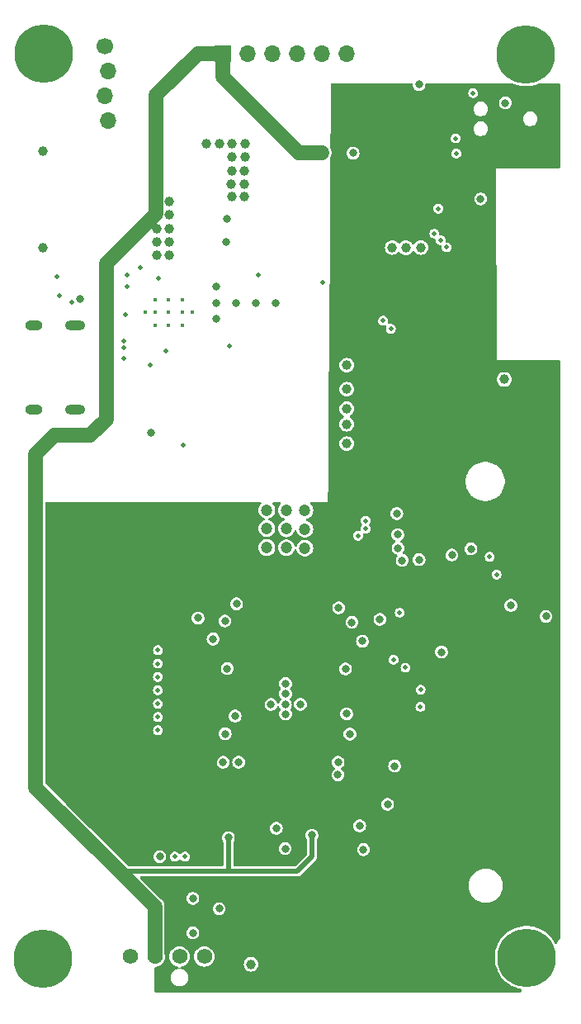
<source format=gbr>
%TF.GenerationSoftware,KiCad,Pcbnew,8.0.1*%
%TF.CreationDate,2024-07-15T09:21:23+08:00*%
%TF.ProjectId,bitaxeUltra,62697461-7865-4556-9c74-72612e6b6963,rev?*%
%TF.SameCoordinates,Original*%
%TF.FileFunction,Copper,L3,Inr*%
%TF.FilePolarity,Positive*%
%FSLAX46Y46*%
G04 Gerber Fmt 4.6, Leading zero omitted, Abs format (unit mm)*
G04 Created by KiCad (PCBNEW 8.0.1) date 2024-07-15 09:21:23*
%MOMM*%
%LPD*%
G01*
G04 APERTURE LIST*
%TA.AperFunction,ComponentPad*%
%ADD10C,0.800000*%
%TD*%
%TA.AperFunction,ComponentPad*%
%ADD11C,6.000000*%
%TD*%
%TA.AperFunction,ComponentPad*%
%ADD12R,1.700000X1.700000*%
%TD*%
%TA.AperFunction,ComponentPad*%
%ADD13O,1.700000X1.700000*%
%TD*%
%TA.AperFunction,ComponentPad*%
%ADD14C,0.400000*%
%TD*%
%TA.AperFunction,ComponentPad*%
%ADD15C,1.574800*%
%TD*%
%TA.AperFunction,ComponentPad*%
%ADD16C,1.700000*%
%TD*%
%TA.AperFunction,ComponentPad*%
%ADD17O,1.800000X1.000000*%
%TD*%
%TA.AperFunction,ComponentPad*%
%ADD18O,2.100000X1.000000*%
%TD*%
%TA.AperFunction,ViaPad*%
%ADD19C,0.800000*%
%TD*%
%TA.AperFunction,ViaPad*%
%ADD20C,1.000000*%
%TD*%
%TA.AperFunction,ViaPad*%
%ADD21C,0.500000*%
%TD*%
%TA.AperFunction,ViaPad*%
%ADD22C,1.200000*%
%TD*%
%TA.AperFunction,Conductor*%
%ADD23C,1.500000*%
%TD*%
%TA.AperFunction,Conductor*%
%ADD24C,0.508000*%
%TD*%
G04 APERTURE END LIST*
D10*
%TO.N,GND*%
%TO.C,H1*%
X127985010Y-51120990D03*
X128644020Y-49530000D03*
X128644020Y-52711980D03*
X130235010Y-48870990D03*
D11*
X130235010Y-51120990D03*
D10*
X130235010Y-53370990D03*
X131826000Y-49530000D03*
X131826000Y-52711980D03*
X132485010Y-51120990D03*
%TD*%
%TO.N,GND*%
%TO.C,H3*%
X128052000Y-143728000D03*
X128711010Y-142137010D03*
X128711010Y-145318990D03*
X130302000Y-141478000D03*
D11*
X130302000Y-143728000D03*
D10*
X130302000Y-145978000D03*
X131892990Y-142137010D03*
X131892990Y-145318990D03*
X132552000Y-143728000D03*
%TD*%
D12*
%TO.N,/5V*%
%TO.C,J4*%
X99171505Y-51054000D03*
D13*
%TO.N,GND*%
X101711505Y-51054000D03*
%TO.N,Net-(J4-Pin_3)*%
X104251505Y-51054000D03*
%TO.N,Net-(J4-Pin_4)*%
X106791505Y-51054000D03*
%TO.N,Net-(J4-Pin_5)*%
X109331505Y-51054000D03*
%TO.N,Net-(J4-Pin_6)*%
X111871505Y-51054000D03*
%TD*%
D10*
%TO.N,GND*%
%TO.C,H4*%
X78455010Y-143830990D03*
X79114020Y-142240000D03*
X79114020Y-145421980D03*
X80705010Y-141580990D03*
D11*
X80705010Y-143830990D03*
D10*
X80705010Y-146080990D03*
X82296000Y-142240000D03*
X82296000Y-145421980D03*
X82955010Y-143830990D03*
%TD*%
%TO.N,GND*%
%TO.C,H2*%
X78558000Y-51054000D03*
X79217010Y-49463010D03*
X79217010Y-52644990D03*
X80808000Y-48804000D03*
D11*
X80808000Y-51054000D03*
D10*
X80808000Y-53304000D03*
X82398990Y-49463010D03*
X82398990Y-52644990D03*
X83058000Y-51054000D03*
%TD*%
D14*
%TO.N,GND*%
%TO.C,U2*%
X92180000Y-78870000D03*
X93580000Y-78870000D03*
X94980000Y-78870000D03*
X91180000Y-77590000D03*
X92180000Y-77590000D03*
X93580000Y-77590000D03*
X94980000Y-77590000D03*
X95980000Y-77590000D03*
X92180000Y-76310000D03*
X93580000Y-76310000D03*
X94980000Y-76310000D03*
%TD*%
D15*
%TO.N,GND*%
%TO.C,J6*%
X89621000Y-143622000D03*
%TO.N,/5V*%
X92161000Y-143622000D03*
%TO.N,/Fan/FAN_TACH*%
X94701000Y-143622000D03*
%TO.N,/Fan/FAN_PWM*%
X97241000Y-143622000D03*
%TD*%
D16*
%TO.N,GND*%
%TO.C,J3*%
X87005000Y-50292000D03*
D13*
%TO.N,/3V3*%
X87405000Y-52832000D03*
%TO.N,/SCL*%
X87005000Y-55372000D03*
%TO.N,/SDA*%
X87405000Y-57912000D03*
%TD*%
D17*
%TO.N,GND*%
%TO.C,J5*%
X79790000Y-87580000D03*
D18*
X83970000Y-87580000D03*
D17*
X79790000Y-78940000D03*
D18*
X83970000Y-78940000D03*
%TD*%
D19*
%TO.N,GND*%
X111850000Y-118740000D03*
X113580000Y-132650000D03*
X99600000Y-114090000D03*
X105580000Y-118749000D03*
D20*
X100043332Y-65740000D03*
D19*
X112180000Y-120800000D03*
D20*
X100093332Y-60280000D03*
D19*
X104640000Y-130470000D03*
X105540000Y-132550000D03*
D20*
X116540000Y-70920000D03*
X101416668Y-61640000D03*
D19*
X125600000Y-65940000D03*
X116770000Y-124080000D03*
X104088000Y-117780000D03*
D21*
X95080000Y-91220000D03*
D19*
X105556000Y-117786000D03*
D20*
X111860000Y-87470000D03*
D19*
X115260000Y-109040000D03*
D20*
X111860000Y-91040000D03*
D19*
X98450000Y-78230000D03*
X96070000Y-137650000D03*
X116050000Y-128010000D03*
D20*
X111860000Y-89030000D03*
D19*
X119270000Y-54220000D03*
X128130000Y-56090000D03*
D20*
X101370000Y-65740000D03*
D19*
X111730000Y-114130000D03*
D20*
X80680000Y-61050000D03*
X102050000Y-144400000D03*
D19*
X99550000Y-67970000D03*
X91790000Y-89910000D03*
X117090000Y-100360000D03*
D20*
X101356668Y-64450000D03*
D19*
X121580000Y-112400000D03*
D20*
X111860000Y-83000000D03*
X101420000Y-60280000D03*
D19*
X107100000Y-117750000D03*
X122640000Y-102460000D03*
X96070000Y-141200000D03*
D20*
X97440000Y-60280000D03*
D19*
X113180000Y-130220000D03*
D20*
X117910000Y-70950000D03*
D19*
X119280000Y-102930000D03*
X100400000Y-118970000D03*
D20*
X100050000Y-63040000D03*
X100030000Y-64450000D03*
D19*
X96600000Y-108920000D03*
X105580000Y-115626000D03*
X100490000Y-76620000D03*
X98460000Y-76630000D03*
X99490000Y-70390000D03*
X99390000Y-120780000D03*
D20*
X98766666Y-60280000D03*
D19*
X92680000Y-133370000D03*
X128690000Y-107620000D03*
X112512000Y-61250000D03*
X105580000Y-116667000D03*
X104560000Y-76600000D03*
D20*
X101376668Y-63040000D03*
X119454234Y-70914234D03*
X128020000Y-84450000D03*
X111860000Y-85460000D03*
D19*
X116990000Y-98200000D03*
D20*
X100090000Y-61640000D03*
D19*
X102570000Y-76600000D03*
X132297000Y-108743000D03*
X117550000Y-103000000D03*
X98460000Y-74920000D03*
D22*
%TO.N,/VDD*%
X103660000Y-97850000D03*
D21*
X120850000Y-69510000D03*
D22*
X103660000Y-99730000D03*
D19*
X84500000Y-76160000D03*
D22*
X107560000Y-97880000D03*
D21*
X99780000Y-81020000D03*
D22*
X105650000Y-101710000D03*
X103660000Y-101690000D03*
X105650000Y-99750000D03*
X107560000Y-101740000D03*
X105650000Y-97850000D03*
X107560000Y-99780000D03*
D21*
%TO.N,/ESP32/EN*%
X122101300Y-70905000D03*
X127228000Y-104448000D03*
D20*
%TO.N,/5V*%
X93620000Y-68975000D03*
X93620000Y-71720000D03*
X92330000Y-70347500D03*
D22*
X109280000Y-61185155D03*
D19*
X108290000Y-131179000D03*
D20*
X92330000Y-66230000D03*
X93620000Y-67602500D03*
X93620000Y-70347500D03*
X92330000Y-68975000D03*
D19*
X99710000Y-131420000D03*
D20*
X92330000Y-71720000D03*
X80680000Y-70950000D03*
X92330000Y-67602500D03*
D19*
X98770000Y-138720000D03*
D20*
X93620000Y-66230000D03*
D19*
%TO.N,/3V3*%
X129830000Y-56090000D03*
D20*
X126000000Y-84500000D03*
D19*
X123394000Y-86260000D03*
X112160000Y-74520000D03*
X95550000Y-135970000D03*
D22*
X111440000Y-55180000D03*
D19*
X122930000Y-99700000D03*
X118711400Y-59800000D03*
X127250000Y-107630000D03*
D20*
X115370000Y-61560000D03*
D19*
X95560000Y-126330000D03*
D21*
%TO.N,/TX*%
X116380000Y-79250000D03*
%TO.N,/RX*%
X115580000Y-78420000D03*
%TO.N,/RST*%
X121476817Y-70170000D03*
%TO.N,/SCL*%
X95260000Y-133370000D03*
X88970000Y-81220000D03*
%TO.N,Net-(U2-BP1V5)*%
X91690000Y-82980000D03*
X83660000Y-76570000D03*
%TO.N,/ESP32/P_TX*%
X123105000Y-61285000D03*
%TO.N,/ESP32/P_RX*%
X123040000Y-59730000D03*
%TO.N,/ESP32/IO0*%
X121244400Y-66945600D03*
X124830000Y-55100000D03*
X126520000Y-102640000D03*
%TO.N,Net-(U2-VDD5)*%
X92570000Y-74110000D03*
X102820000Y-73740000D03*
%TO.N,/Power/PGOOD*%
X89020000Y-82280000D03*
X109410000Y-74490000D03*
D19*
%TO.N,/BM1366/VDD3_0*%
X113470000Y-111290000D03*
D21*
%TO.N,/SDA*%
X82130000Y-73910000D03*
X94220000Y-133370000D03*
X88990000Y-80510000D03*
X82390000Y-75900000D03*
D19*
%TO.N,/BM1366/1V2*%
X110950000Y-124990000D03*
X124600000Y-101830000D03*
X117120000Y-101750000D03*
%TO.N,/BM1366/0V8*%
X110970000Y-123700000D03*
%TO.N,/BM1366/VDD2_0*%
X112390000Y-109350000D03*
%TO.N,/BM1366/VDD1_0*%
X111030000Y-107870000D03*
%TO.N,/BM1366/VDD1_1*%
X100553800Y-107457400D03*
%TO.N,Net-(U12-VDDIO_18_1)*%
X100770000Y-123700000D03*
%TO.N,/BM1366/VDD2_1*%
X99360000Y-109210000D03*
%TO.N,Net-(U12-VDDIO_08_1)*%
X99180000Y-123710000D03*
%TO.N,/BM1366/VDD3_1*%
X98140000Y-111060000D03*
D21*
%TO.N,/BM1366/BI*%
X116650000Y-113190000D03*
%TO.N,/BM1366/RST_N*%
X113800000Y-98950000D03*
%TO.N,/BM1366/RO*%
X113010000Y-100470000D03*
X117300000Y-108370000D03*
%TO.N,/BM1366/CI*%
X113770000Y-99770000D03*
%TO.N,Net-(U12-ADDR0)*%
X119430000Y-116250000D03*
%TO.N,Net-(U12-ADDR1)*%
X119420000Y-118020000D03*
%TO.N,/BM1366/INV_CLKO*%
X92480000Y-119060000D03*
%TO.N,/BM1366/CLKI*%
X117880000Y-114000000D03*
%TO.N,/BM1366/NRSTO*%
X92480000Y-112210000D03*
%TO.N,/BM1366/BO*%
X92480000Y-113580000D03*
%TO.N,/BM1366/RI*%
X92480000Y-114950000D03*
%TO.N,/BM1366/CLKO*%
X92480000Y-116320000D03*
%TO.N,/BM1366/CO*%
X92480000Y-117690000D03*
%TO.N,/BM1366/PIN_MODE*%
X92480000Y-120430000D03*
%TO.N,/Power/AGND*%
X89340000Y-73770000D03*
X89170000Y-77830000D03*
X90680000Y-72940000D03*
X89340000Y-74960000D03*
%TO.N,/Power/PMB_ALRT*%
X93330000Y-81550000D03*
%TD*%
D23*
%TO.N,/5V*%
X92322400Y-63814606D02*
X92322400Y-67442400D01*
X92207000Y-143576000D02*
X92161000Y-143622000D01*
X79950000Y-92140000D02*
X81900000Y-90190000D01*
X92161000Y-143622000D02*
X92161000Y-138501000D01*
X87190000Y-72574800D02*
X92322400Y-67442400D01*
X88465000Y-134805000D02*
X79950000Y-126290000D01*
X79950000Y-126290000D02*
X79950000Y-92140000D01*
X81900000Y-90190000D02*
X85540000Y-90190000D01*
D24*
X108290000Y-133378216D02*
X108290000Y-131179000D01*
D23*
X92322400Y-55317600D02*
X96586000Y-51054000D01*
D24*
X106784599Y-134883617D02*
X108290000Y-133378216D01*
D23*
X106895155Y-61185155D02*
X99171505Y-53461505D01*
X85540000Y-90190000D02*
X87190000Y-88540000D01*
X109280000Y-61185155D02*
X106895155Y-61185155D01*
D24*
X88543617Y-134883617D02*
X106784599Y-134883617D01*
X88465000Y-134805000D02*
X88543617Y-134883617D01*
D23*
X92322400Y-58570000D02*
X92322400Y-55317600D01*
X99171505Y-53461505D02*
X99171505Y-51054000D01*
X92322400Y-63814606D02*
X92322400Y-58570000D01*
X92161000Y-138501000D02*
X88465000Y-134805000D01*
X96586000Y-51054000D02*
X99171505Y-51054000D01*
D24*
X99710000Y-131420000D02*
X99710000Y-134883617D01*
D23*
X87190000Y-88540000D02*
X87190000Y-72574800D01*
%TD*%
%TA.AperFunction,Conductor*%
%TO.N,/3V3*%
G36*
X118556260Y-54078002D02*
G01*
X118602753Y-54131658D01*
X118613220Y-54199189D01*
X118610693Y-54219998D01*
X118610693Y-54220003D01*
X118629849Y-54377779D01*
X118671202Y-54486814D01*
X118686213Y-54526395D01*
X118776502Y-54657201D01*
X118895471Y-54762599D01*
X118895472Y-54762599D01*
X118895474Y-54762601D01*
X118943992Y-54788065D01*
X119036207Y-54836463D01*
X119190529Y-54874500D01*
X119190530Y-54874500D01*
X119349470Y-54874500D01*
X119349471Y-54874500D01*
X119503793Y-54836463D01*
X119644529Y-54762599D01*
X119763498Y-54657201D01*
X119853787Y-54526395D01*
X119910149Y-54377782D01*
X119910149Y-54377781D01*
X119910150Y-54377779D01*
X119929307Y-54220003D01*
X119929307Y-54219998D01*
X119926780Y-54199189D01*
X119938424Y-54129154D01*
X119986084Y-54076532D01*
X120051861Y-54058000D01*
X128804664Y-54058000D01*
X128857570Y-54069646D01*
X129028614Y-54148780D01*
X129028626Y-54148785D01*
X129363060Y-54261469D01*
X129707717Y-54337334D01*
X130058556Y-54375490D01*
X130058564Y-54375490D01*
X130411456Y-54375490D01*
X130411464Y-54375490D01*
X130762303Y-54337334D01*
X131106960Y-54261469D01*
X131441394Y-54148785D01*
X131478414Y-54131658D01*
X131612450Y-54069646D01*
X131665356Y-54058000D01*
X133606000Y-54058000D01*
X133674121Y-54078002D01*
X133720614Y-54131658D01*
X133732000Y-54184000D01*
X133732000Y-62672096D01*
X133711998Y-62740217D01*
X133658342Y-62786710D01*
X133606621Y-62798094D01*
X127129999Y-62829999D01*
X127239999Y-82460000D01*
X127240000Y-82460000D01*
X133605387Y-82428835D01*
X133673601Y-82448502D01*
X133720356Y-82501929D01*
X133732000Y-82554832D01*
X133732000Y-141759470D01*
X133711998Y-141827591D01*
X133707193Y-141834543D01*
X133403080Y-142244469D01*
X133346429Y-142287260D01*
X133275636Y-142292631D01*
X133213177Y-142258875D01*
X133190564Y-142228415D01*
X133094739Y-142047670D01*
X133094737Y-142047666D01*
X132950236Y-141834543D01*
X132896690Y-141755568D01*
X132668223Y-141486595D01*
X132668222Y-141486594D01*
X132412027Y-141243912D01*
X132412012Y-141243899D01*
X132131070Y-141030333D01*
X132131064Y-141030329D01*
X131828674Y-140848387D01*
X131828668Y-140848384D01*
X131508395Y-140700209D01*
X131508383Y-140700204D01*
X131173959Y-140587524D01*
X131173958Y-140587523D01*
X131173950Y-140587521D01*
X131123836Y-140576490D01*
X130829305Y-140511658D01*
X130829281Y-140511654D01*
X130478461Y-140473500D01*
X130478454Y-140473500D01*
X130125546Y-140473500D01*
X130125538Y-140473500D01*
X129774718Y-140511654D01*
X129774694Y-140511658D01*
X129430054Y-140587520D01*
X129430040Y-140587524D01*
X129095616Y-140700204D01*
X129095604Y-140700209D01*
X128775331Y-140848384D01*
X128775324Y-140848388D01*
X128472935Y-141030329D01*
X128472929Y-141030333D01*
X128191987Y-141243899D01*
X128191972Y-141243912D01*
X127935777Y-141486594D01*
X127707308Y-141755570D01*
X127509262Y-142047666D01*
X127509260Y-142047670D01*
X127343957Y-142359466D01*
X127343953Y-142359475D01*
X127213332Y-142687308D01*
X127118918Y-143027355D01*
X127061826Y-143375609D01*
X127042720Y-143727996D01*
X127042720Y-143728003D01*
X127061826Y-144080390D01*
X127118918Y-144428644D01*
X127213332Y-144768691D01*
X127299926Y-144986026D01*
X127343958Y-145096536D01*
X127367126Y-145140235D01*
X127509260Y-145408329D01*
X127509262Y-145408333D01*
X127584978Y-145520006D01*
X127707310Y-145700432D01*
X127935777Y-145969405D01*
X128191972Y-146212087D01*
X128191987Y-146212100D01*
X128472934Y-146425670D01*
X128775326Y-146607613D01*
X128857609Y-146645681D01*
X129095604Y-146755790D01*
X129095616Y-146755795D01*
X129430050Y-146868479D01*
X129684817Y-146924557D01*
X129706434Y-146929316D01*
X129768662Y-146963494D01*
X129802533Y-147025890D01*
X129797294Y-147096693D01*
X129780541Y-147127441D01*
X129702175Y-147233073D01*
X129645527Y-147275864D01*
X129600984Y-147284000D01*
X92284774Y-147284000D01*
X92216653Y-147263998D01*
X92170160Y-147210342D01*
X92158775Y-147158415D01*
X92158654Y-147121776D01*
X92150949Y-144784541D01*
X92170725Y-144716359D01*
X92224227Y-144669690D01*
X92264596Y-144658737D01*
X92325226Y-144652765D01*
X92365240Y-144648825D01*
X92365241Y-144648824D01*
X92365248Y-144648824D01*
X92561647Y-144589247D01*
X92742649Y-144492500D01*
X92901299Y-144362299D01*
X93031500Y-144203649D01*
X93128247Y-144022647D01*
X93187824Y-143826248D01*
X93193518Y-143768426D01*
X93195325Y-143756247D01*
X93211500Y-143674935D01*
X93211500Y-143622002D01*
X93654059Y-143622002D01*
X93674174Y-143826241D01*
X93674175Y-143826247D01*
X93674176Y-143826248D01*
X93733753Y-144022647D01*
X93830500Y-144203649D01*
X93960701Y-144362299D01*
X94119351Y-144492500D01*
X94300353Y-144589247D01*
X94496752Y-144648824D01*
X94496756Y-144648824D01*
X94496758Y-144648825D01*
X94518950Y-144651011D01*
X94584782Y-144677593D01*
X94625792Y-144735548D01*
X94628959Y-144806474D01*
X94593278Y-144867853D01*
X94531182Y-144899983D01*
X94439004Y-144918318D01*
X94438999Y-144918320D01*
X94275543Y-144986026D01*
X94128431Y-145084323D01*
X94128425Y-145084328D01*
X94003327Y-145209426D01*
X94003322Y-145209432D01*
X93905025Y-145356544D01*
X93837319Y-145520000D01*
X93837317Y-145520005D01*
X93802800Y-145693533D01*
X93802800Y-145693536D01*
X93802800Y-145870466D01*
X93837317Y-146043996D01*
X93905025Y-146207458D01*
X93908127Y-146212100D01*
X94003322Y-146354569D01*
X94003327Y-146354575D01*
X94128425Y-146479673D01*
X94128431Y-146479678D01*
X94275543Y-146577976D01*
X94439005Y-146645684D01*
X94612535Y-146680201D01*
X94612536Y-146680201D01*
X94789464Y-146680201D01*
X94789465Y-146680201D01*
X94962995Y-146645684D01*
X95126457Y-146577976D01*
X95273569Y-146479678D01*
X95398677Y-146354570D01*
X95496975Y-146207458D01*
X95564683Y-146043996D01*
X95599200Y-145870466D01*
X95599200Y-145693536D01*
X95564683Y-145520006D01*
X95496975Y-145356544D01*
X95398677Y-145209432D01*
X95398672Y-145209426D01*
X95273574Y-145084328D01*
X95273568Y-145084323D01*
X95224754Y-145051706D01*
X95126457Y-144986026D01*
X94962995Y-144918318D01*
X94870816Y-144899982D01*
X94807908Y-144867075D01*
X94772776Y-144805380D01*
X94776576Y-144734485D01*
X94818102Y-144676899D01*
X94883049Y-144651011D01*
X94905241Y-144648825D01*
X94905242Y-144648824D01*
X94905248Y-144648824D01*
X95101647Y-144589247D01*
X95282649Y-144492500D01*
X95441299Y-144362299D01*
X95571500Y-144203649D01*
X95668247Y-144022647D01*
X95727824Y-143826248D01*
X95729782Y-143806376D01*
X95747941Y-143622002D01*
X96194059Y-143622002D01*
X96214174Y-143826241D01*
X96214175Y-143826247D01*
X96214176Y-143826248D01*
X96273753Y-144022647D01*
X96370500Y-144203649D01*
X96500701Y-144362299D01*
X96659351Y-144492500D01*
X96840353Y-144589247D01*
X97036752Y-144648824D01*
X97036756Y-144648824D01*
X97036758Y-144648825D01*
X97240997Y-144668941D01*
X97241000Y-144668941D01*
X97241003Y-144668941D01*
X97445241Y-144648825D01*
X97445242Y-144648824D01*
X97445248Y-144648824D01*
X97641647Y-144589247D01*
X97822649Y-144492500D01*
X97935360Y-144400000D01*
X101290726Y-144400000D01*
X101309763Y-144568954D01*
X101316864Y-144589247D01*
X101365918Y-144729437D01*
X101365919Y-144729439D01*
X101456375Y-144873399D01*
X101456377Y-144873402D01*
X101576597Y-144993622D01*
X101576600Y-144993624D01*
X101720563Y-145084082D01*
X101881046Y-145140237D01*
X102050000Y-145159274D01*
X102218954Y-145140237D01*
X102379437Y-145084082D01*
X102523400Y-144993624D01*
X102643624Y-144873400D01*
X102734082Y-144729437D01*
X102790237Y-144568954D01*
X102809274Y-144400000D01*
X102790237Y-144231046D01*
X102734082Y-144070563D01*
X102643624Y-143926600D01*
X102643622Y-143926597D01*
X102523402Y-143806377D01*
X102523399Y-143806375D01*
X102379439Y-143715919D01*
X102379437Y-143715918D01*
X102262299Y-143674930D01*
X102218954Y-143659763D01*
X102050000Y-143640726D01*
X101881046Y-143659763D01*
X101881043Y-143659763D01*
X101881043Y-143659764D01*
X101720562Y-143715918D01*
X101720560Y-143715919D01*
X101576600Y-143806375D01*
X101576597Y-143806377D01*
X101456377Y-143926597D01*
X101456375Y-143926600D01*
X101365919Y-144070560D01*
X101365918Y-144070562D01*
X101309764Y-144231043D01*
X101309763Y-144231046D01*
X101290726Y-144400000D01*
X97935360Y-144400000D01*
X97981299Y-144362299D01*
X98111500Y-144203649D01*
X98208247Y-144022647D01*
X98267824Y-143826248D01*
X98269782Y-143806376D01*
X98287941Y-143622002D01*
X98287941Y-143621997D01*
X98267825Y-143417758D01*
X98267824Y-143417756D01*
X98267824Y-143417752D01*
X98208247Y-143221353D01*
X98111500Y-143040351D01*
X97981299Y-142881701D01*
X97822649Y-142751500D01*
X97641647Y-142654753D01*
X97445248Y-142595176D01*
X97445247Y-142595175D01*
X97445241Y-142595174D01*
X97241003Y-142575059D01*
X97240997Y-142575059D01*
X97036758Y-142595174D01*
X96840352Y-142654753D01*
X96659350Y-142751500D01*
X96500701Y-142881701D01*
X96370500Y-143040350D01*
X96273753Y-143221352D01*
X96214174Y-143417758D01*
X96194059Y-143621997D01*
X96194059Y-143622002D01*
X95747941Y-143622002D01*
X95747941Y-143621997D01*
X95727825Y-143417758D01*
X95727824Y-143417756D01*
X95727824Y-143417752D01*
X95668247Y-143221353D01*
X95571500Y-143040351D01*
X95441299Y-142881701D01*
X95282649Y-142751500D01*
X95101647Y-142654753D01*
X94905248Y-142595176D01*
X94905247Y-142595175D01*
X94905241Y-142595174D01*
X94701003Y-142575059D01*
X94700997Y-142575059D01*
X94496758Y-142595174D01*
X94300352Y-142654753D01*
X94119350Y-142751500D01*
X93960701Y-142881701D01*
X93830500Y-143040350D01*
X93733753Y-143221352D01*
X93674174Y-143417758D01*
X93654059Y-143621997D01*
X93654059Y-143622002D01*
X93211500Y-143622002D01*
X93211500Y-143477065D01*
X93172897Y-143282998D01*
X93172894Y-143282991D01*
X93171099Y-143277071D01*
X93172751Y-143276569D01*
X93165500Y-143240076D01*
X93165500Y-141200003D01*
X95410693Y-141200003D01*
X95429849Y-141357779D01*
X95478447Y-141485919D01*
X95486213Y-141506395D01*
X95576502Y-141637201D01*
X95695471Y-141742599D01*
X95695472Y-141742599D01*
X95695474Y-141742601D01*
X95720181Y-141755568D01*
X95836207Y-141816463D01*
X95990529Y-141854500D01*
X95990530Y-141854500D01*
X96149470Y-141854500D01*
X96149471Y-141854500D01*
X96303793Y-141816463D01*
X96444529Y-141742599D01*
X96563498Y-141637201D01*
X96653787Y-141506395D01*
X96710149Y-141357782D01*
X96710149Y-141357781D01*
X96710150Y-141357779D01*
X96729307Y-141200003D01*
X96729307Y-141199996D01*
X96710150Y-141042220D01*
X96675697Y-140951377D01*
X96653787Y-140893605D01*
X96563498Y-140762799D01*
X96444529Y-140657401D01*
X96444528Y-140657400D01*
X96444525Y-140657398D01*
X96303797Y-140583539D01*
X96303795Y-140583538D01*
X96303793Y-140583537D01*
X96303791Y-140583536D01*
X96303790Y-140583536D01*
X96149472Y-140545500D01*
X96149471Y-140545500D01*
X95990529Y-140545500D01*
X95990527Y-140545500D01*
X95836209Y-140583536D01*
X95836202Y-140583539D01*
X95695474Y-140657398D01*
X95695469Y-140657402D01*
X95576501Y-140762800D01*
X95486215Y-140893601D01*
X95486212Y-140893607D01*
X95429849Y-141042220D01*
X95410693Y-141199996D01*
X95410693Y-141200003D01*
X93165500Y-141200003D01*
X93165500Y-138720003D01*
X98110693Y-138720003D01*
X98129849Y-138877779D01*
X98178447Y-139005919D01*
X98186213Y-139026395D01*
X98276502Y-139157201D01*
X98395471Y-139262599D01*
X98395472Y-139262599D01*
X98395474Y-139262601D01*
X98470200Y-139301820D01*
X98536207Y-139336463D01*
X98690529Y-139374500D01*
X98690530Y-139374500D01*
X98849470Y-139374500D01*
X98849471Y-139374500D01*
X99003793Y-139336463D01*
X99144529Y-139262599D01*
X99263498Y-139157201D01*
X99353787Y-139026395D01*
X99410149Y-138877782D01*
X99410149Y-138877781D01*
X99410150Y-138877779D01*
X99429307Y-138720003D01*
X99429307Y-138719996D01*
X99410150Y-138562220D01*
X99396538Y-138526331D01*
X99353787Y-138413605D01*
X99263498Y-138282799D01*
X99144529Y-138177401D01*
X99144528Y-138177400D01*
X99144525Y-138177398D01*
X99003797Y-138103539D01*
X99003795Y-138103538D01*
X99003793Y-138103537D01*
X99003791Y-138103536D01*
X99003790Y-138103536D01*
X98849472Y-138065500D01*
X98849471Y-138065500D01*
X98690529Y-138065500D01*
X98690527Y-138065500D01*
X98536209Y-138103536D01*
X98536202Y-138103539D01*
X98395474Y-138177398D01*
X98395469Y-138177402D01*
X98276501Y-138282800D01*
X98186215Y-138413601D01*
X98186212Y-138413607D01*
X98129849Y-138562220D01*
X98110693Y-138719996D01*
X98110693Y-138720003D01*
X93165500Y-138720003D01*
X93165500Y-138402064D01*
X93165499Y-138402061D01*
X93150423Y-138326270D01*
X93126897Y-138207998D01*
X93051176Y-138025191D01*
X92941246Y-137860669D01*
X92801331Y-137720754D01*
X92730580Y-137650003D01*
X95410693Y-137650003D01*
X95429849Y-137807779D01*
X95473678Y-137923344D01*
X95486213Y-137956395D01*
X95576502Y-138087201D01*
X95695471Y-138192599D01*
X95695472Y-138192599D01*
X95695474Y-138192601D01*
X95724809Y-138207997D01*
X95836207Y-138266463D01*
X95990529Y-138304500D01*
X95990530Y-138304500D01*
X96149470Y-138304500D01*
X96149471Y-138304500D01*
X96303793Y-138266463D01*
X96444529Y-138192599D01*
X96563498Y-138087201D01*
X96653787Y-137956395D01*
X96710149Y-137807782D01*
X96710149Y-137807781D01*
X96710150Y-137807779D01*
X96729307Y-137650003D01*
X96729307Y-137649996D01*
X96710150Y-137492220D01*
X96696538Y-137456331D01*
X96653787Y-137343605D01*
X96563498Y-137212799D01*
X96444529Y-137107401D01*
X96444528Y-137107400D01*
X96444525Y-137107398D01*
X96303797Y-137033539D01*
X96303795Y-137033538D01*
X96303793Y-137033537D01*
X96303791Y-137033536D01*
X96303790Y-137033536D01*
X96149472Y-136995500D01*
X96149471Y-136995500D01*
X95990529Y-136995500D01*
X95990527Y-136995500D01*
X95836209Y-137033536D01*
X95836202Y-137033539D01*
X95695474Y-137107398D01*
X95695469Y-137107402D01*
X95576501Y-137212800D01*
X95486215Y-137343601D01*
X95486212Y-137343607D01*
X95429849Y-137492220D01*
X95410693Y-137649996D01*
X95410693Y-137650003D01*
X92730580Y-137650003D01*
X91545313Y-136464736D01*
X124379500Y-136464736D01*
X124409450Y-136692231D01*
X124409452Y-136692238D01*
X124468842Y-136913887D01*
X124556656Y-137125888D01*
X124556657Y-137125889D01*
X124556662Y-137125900D01*
X124671386Y-137324608D01*
X124671391Y-137324615D01*
X124811073Y-137506652D01*
X124811092Y-137506673D01*
X124973326Y-137668907D01*
X124973347Y-137668926D01*
X125155384Y-137808608D01*
X125155391Y-137808613D01*
X125354099Y-137923337D01*
X125354103Y-137923338D01*
X125354112Y-137923344D01*
X125566113Y-138011158D01*
X125787762Y-138070548D01*
X125787766Y-138070548D01*
X125787768Y-138070549D01*
X125846398Y-138078267D01*
X126015266Y-138100500D01*
X126015273Y-138100500D01*
X126244727Y-138100500D01*
X126244734Y-138100500D01*
X126450345Y-138073430D01*
X126472231Y-138070549D01*
X126472231Y-138070548D01*
X126472238Y-138070548D01*
X126693887Y-138011158D01*
X126905888Y-137923344D01*
X127104612Y-137808611D01*
X127286661Y-137668919D01*
X127448919Y-137506661D01*
X127588611Y-137324612D01*
X127703344Y-137125888D01*
X127791158Y-136913887D01*
X127850548Y-136692238D01*
X127880500Y-136464734D01*
X127880500Y-136235266D01*
X127850548Y-136007762D01*
X127791158Y-135786113D01*
X127703344Y-135574112D01*
X127703338Y-135574103D01*
X127703337Y-135574099D01*
X127588613Y-135375391D01*
X127588608Y-135375384D01*
X127448926Y-135193347D01*
X127448907Y-135193326D01*
X127286673Y-135031092D01*
X127286652Y-135031073D01*
X127104615Y-134891391D01*
X127104608Y-134891386D01*
X126905900Y-134776662D01*
X126905892Y-134776658D01*
X126905888Y-134776656D01*
X126693887Y-134688842D01*
X126472238Y-134629452D01*
X126472231Y-134629450D01*
X126244736Y-134599500D01*
X126244734Y-134599500D01*
X126015266Y-134599500D01*
X126015263Y-134599500D01*
X125787768Y-134629450D01*
X125566113Y-134688842D01*
X125354110Y-134776657D01*
X125354099Y-134776662D01*
X125155391Y-134891386D01*
X125155384Y-134891391D01*
X124973347Y-135031073D01*
X124973326Y-135031092D01*
X124811092Y-135193326D01*
X124811073Y-135193347D01*
X124671391Y-135375384D01*
X124671386Y-135375391D01*
X124556662Y-135574099D01*
X124556657Y-135574110D01*
X124556656Y-135574112D01*
X124498057Y-135715581D01*
X124468842Y-135786113D01*
X124409450Y-136007768D01*
X124379500Y-136235263D01*
X124379500Y-136464736D01*
X91545313Y-136464736D01*
X90687789Y-135607212D01*
X90653763Y-135544900D01*
X90658828Y-135474085D01*
X90701375Y-135417249D01*
X90767895Y-135392438D01*
X90776884Y-135392117D01*
X106851542Y-135392117D01*
X106851544Y-135392117D01*
X106980873Y-135357464D01*
X107096826Y-135290518D01*
X108696901Y-133690442D01*
X108738583Y-133618248D01*
X108763847Y-133574490D01*
X108798500Y-133445161D01*
X108798500Y-132650003D01*
X112920693Y-132650003D01*
X112939849Y-132807779D01*
X112988447Y-132935919D01*
X112996213Y-132956395D01*
X113086502Y-133087201D01*
X113205471Y-133192599D01*
X113205472Y-133192599D01*
X113205474Y-133192601D01*
X113269879Y-133226403D01*
X113346207Y-133266463D01*
X113500529Y-133304500D01*
X113500530Y-133304500D01*
X113659470Y-133304500D01*
X113659471Y-133304500D01*
X113813793Y-133266463D01*
X113954529Y-133192599D01*
X114073498Y-133087201D01*
X114163787Y-132956395D01*
X114220149Y-132807782D01*
X114220149Y-132807781D01*
X114220150Y-132807779D01*
X114239307Y-132650003D01*
X114239307Y-132649996D01*
X114220150Y-132492220D01*
X114182224Y-132392220D01*
X114163787Y-132343605D01*
X114073498Y-132212799D01*
X113954529Y-132107401D01*
X113954528Y-132107400D01*
X113954525Y-132107398D01*
X113813797Y-132033539D01*
X113813795Y-132033538D01*
X113813793Y-132033537D01*
X113813791Y-132033536D01*
X113813790Y-132033536D01*
X113659472Y-131995500D01*
X113659471Y-131995500D01*
X113500529Y-131995500D01*
X113500527Y-131995500D01*
X113346209Y-132033536D01*
X113346202Y-132033539D01*
X113205474Y-132107398D01*
X113205469Y-132107402D01*
X113086501Y-132212800D01*
X112996215Y-132343601D01*
X112996212Y-132343607D01*
X112939849Y-132492220D01*
X112920693Y-132649996D01*
X112920693Y-132650003D01*
X108798500Y-132650003D01*
X108798500Y-131633729D01*
X108818502Y-131565608D01*
X108820777Y-131562191D01*
X108873787Y-131485395D01*
X108930149Y-131336782D01*
X108930149Y-131336781D01*
X108930150Y-131336779D01*
X108949307Y-131179003D01*
X108949307Y-131178996D01*
X108930150Y-131021220D01*
X108915578Y-130982799D01*
X108873787Y-130872605D01*
X108783498Y-130741799D01*
X108664529Y-130636401D01*
X108664528Y-130636400D01*
X108664525Y-130636398D01*
X108523797Y-130562539D01*
X108523795Y-130562538D01*
X108523793Y-130562537D01*
X108523791Y-130562536D01*
X108523790Y-130562536D01*
X108369472Y-130524500D01*
X108369471Y-130524500D01*
X108210529Y-130524500D01*
X108210527Y-130524500D01*
X108056209Y-130562536D01*
X108056202Y-130562539D01*
X107915474Y-130636398D01*
X107915469Y-130636402D01*
X107796501Y-130741800D01*
X107706215Y-130872601D01*
X107706212Y-130872607D01*
X107649849Y-131021220D01*
X107630693Y-131178996D01*
X107630693Y-131179003D01*
X107649849Y-131336779D01*
X107681413Y-131420003D01*
X107706213Y-131485395D01*
X107759196Y-131562154D01*
X107781432Y-131629577D01*
X107781500Y-131633729D01*
X107781500Y-133115398D01*
X107761498Y-133183519D01*
X107744595Y-133204493D01*
X106610876Y-134338212D01*
X106548564Y-134372238D01*
X106521781Y-134375117D01*
X100344500Y-134375117D01*
X100276379Y-134355115D01*
X100229886Y-134301459D01*
X100218500Y-134249117D01*
X100218500Y-132550003D01*
X104880693Y-132550003D01*
X104899849Y-132707779D01*
X104937775Y-132807779D01*
X104956213Y-132856395D01*
X105046502Y-132987201D01*
X105165471Y-133092599D01*
X105165472Y-133092599D01*
X105165474Y-133092601D01*
X105233316Y-133128207D01*
X105306207Y-133166463D01*
X105460529Y-133204500D01*
X105460530Y-133204500D01*
X105619470Y-133204500D01*
X105619471Y-133204500D01*
X105773793Y-133166463D01*
X105914529Y-133092599D01*
X106033498Y-132987201D01*
X106123787Y-132856395D01*
X106180149Y-132707782D01*
X106180149Y-132707781D01*
X106180150Y-132707779D01*
X106199307Y-132550003D01*
X106199307Y-132549996D01*
X106180150Y-132392220D01*
X106161711Y-132343601D01*
X106123787Y-132243605D01*
X106033498Y-132112799D01*
X105914529Y-132007401D01*
X105914528Y-132007400D01*
X105914525Y-132007398D01*
X105773797Y-131933539D01*
X105773795Y-131933538D01*
X105773793Y-131933537D01*
X105773791Y-131933536D01*
X105773790Y-131933536D01*
X105619472Y-131895500D01*
X105619471Y-131895500D01*
X105460529Y-131895500D01*
X105460527Y-131895500D01*
X105306209Y-131933536D01*
X105306202Y-131933539D01*
X105165474Y-132007398D01*
X105165469Y-132007402D01*
X105135967Y-132033539D01*
X105052599Y-132107398D01*
X105046501Y-132112800D01*
X104956215Y-132243601D01*
X104956212Y-132243607D01*
X104899849Y-132392220D01*
X104880693Y-132549996D01*
X104880693Y-132550003D01*
X100218500Y-132550003D01*
X100218500Y-131874729D01*
X100238502Y-131806608D01*
X100240777Y-131803191D01*
X100293787Y-131726395D01*
X100350149Y-131577782D01*
X100350149Y-131577781D01*
X100350150Y-131577779D01*
X100369307Y-131420003D01*
X100369307Y-131419996D01*
X100350150Y-131262220D01*
X100318588Y-131179000D01*
X100293787Y-131113605D01*
X100203498Y-130982799D01*
X100084529Y-130877401D01*
X100084528Y-130877400D01*
X100084525Y-130877398D01*
X99943797Y-130803539D01*
X99943795Y-130803538D01*
X99943793Y-130803537D01*
X99943791Y-130803536D01*
X99943790Y-130803536D01*
X99789472Y-130765500D01*
X99789471Y-130765500D01*
X99630529Y-130765500D01*
X99630527Y-130765500D01*
X99476209Y-130803536D01*
X99476202Y-130803539D01*
X99335474Y-130877398D01*
X99335469Y-130877402D01*
X99216501Y-130982800D01*
X99126215Y-131113601D01*
X99126212Y-131113607D01*
X99069849Y-131262220D01*
X99050693Y-131419996D01*
X99050693Y-131420003D01*
X99069849Y-131577779D01*
X99076178Y-131594466D01*
X99126213Y-131726395D01*
X99179196Y-131803154D01*
X99201432Y-131870577D01*
X99201500Y-131874729D01*
X99201500Y-134249117D01*
X99181498Y-134317238D01*
X99127842Y-134363731D01*
X99075500Y-134375117D01*
X89507884Y-134375117D01*
X89439763Y-134355115D01*
X89418789Y-134338212D01*
X88450580Y-133370003D01*
X92020693Y-133370003D01*
X92039849Y-133527779D01*
X92084518Y-133645558D01*
X92096213Y-133676395D01*
X92186502Y-133807201D01*
X92305471Y-133912599D01*
X92305472Y-133912599D01*
X92305474Y-133912601D01*
X92380200Y-133951820D01*
X92446207Y-133986463D01*
X92600529Y-134024500D01*
X92600530Y-134024500D01*
X92759470Y-134024500D01*
X92759471Y-134024500D01*
X92913793Y-133986463D01*
X93054529Y-133912599D01*
X93173498Y-133807201D01*
X93263787Y-133676395D01*
X93320149Y-133527782D01*
X93320149Y-133527781D01*
X93320150Y-133527779D01*
X93339307Y-133370003D01*
X93339307Y-133370000D01*
X93710312Y-133370000D01*
X93730958Y-133513596D01*
X93791223Y-133645558D01*
X93886225Y-133755196D01*
X94008268Y-133833629D01*
X94147464Y-133874500D01*
X94292536Y-133874500D01*
X94431732Y-133833629D01*
X94553775Y-133755196D01*
X94622057Y-133676395D01*
X94644776Y-133650176D01*
X94704502Y-133611792D01*
X94775498Y-133611792D01*
X94835224Y-133650175D01*
X94835224Y-133650176D01*
X94926222Y-133755194D01*
X94926224Y-133755195D01*
X94926225Y-133755196D01*
X95048268Y-133833629D01*
X95187464Y-133874500D01*
X95332536Y-133874500D01*
X95471732Y-133833629D01*
X95593775Y-133755196D01*
X95688777Y-133645558D01*
X95749042Y-133513596D01*
X95769688Y-133370000D01*
X95749042Y-133226404D01*
X95688777Y-133094442D01*
X95593775Y-132984804D01*
X95593774Y-132984803D01*
X95512854Y-132932799D01*
X95471732Y-132906371D01*
X95471731Y-132906370D01*
X95471730Y-132906370D01*
X95332536Y-132865500D01*
X95187464Y-132865500D01*
X95048269Y-132906370D01*
X95048266Y-132906372D01*
X94926225Y-132984803D01*
X94835224Y-133089824D01*
X94775498Y-133128207D01*
X94704501Y-133128207D01*
X94644776Y-133089824D01*
X94553774Y-132984803D01*
X94472854Y-132932799D01*
X94431732Y-132906371D01*
X94431731Y-132906370D01*
X94431730Y-132906370D01*
X94292536Y-132865500D01*
X94147464Y-132865500D01*
X94008269Y-132906370D01*
X94008266Y-132906372D01*
X93886225Y-132984803D01*
X93791223Y-133094441D01*
X93737436Y-133212220D01*
X93730958Y-133226404D01*
X93710312Y-133370000D01*
X93339307Y-133370000D01*
X93339307Y-133369996D01*
X93320150Y-133212220D01*
X93302795Y-133166460D01*
X93263787Y-133063605D01*
X93173498Y-132932799D01*
X93054529Y-132827401D01*
X93054528Y-132827400D01*
X93054525Y-132827398D01*
X92913797Y-132753539D01*
X92913795Y-132753538D01*
X92913793Y-132753537D01*
X92913791Y-132753536D01*
X92913790Y-132753536D01*
X92759472Y-132715500D01*
X92759471Y-132715500D01*
X92600529Y-132715500D01*
X92600527Y-132715500D01*
X92446209Y-132753536D01*
X92446202Y-132753539D01*
X92305474Y-132827398D01*
X92305469Y-132827402D01*
X92186501Y-132932800D01*
X92096215Y-133063601D01*
X92096212Y-133063607D01*
X92039849Y-133212220D01*
X92020693Y-133369996D01*
X92020693Y-133370003D01*
X88450580Y-133370003D01*
X85550580Y-130470003D01*
X103980693Y-130470003D01*
X103999849Y-130627779D01*
X104011008Y-130657201D01*
X104056213Y-130776395D01*
X104146502Y-130907201D01*
X104265471Y-131012599D01*
X104265472Y-131012599D01*
X104265474Y-131012601D01*
X104340200Y-131051820D01*
X104406207Y-131086463D01*
X104560529Y-131124500D01*
X104560530Y-131124500D01*
X104719470Y-131124500D01*
X104719471Y-131124500D01*
X104873793Y-131086463D01*
X105014529Y-131012599D01*
X105133498Y-130907201D01*
X105223787Y-130776395D01*
X105280149Y-130627782D01*
X105280149Y-130627781D01*
X105280150Y-130627779D01*
X105299307Y-130470003D01*
X105299307Y-130469996D01*
X105280150Y-130312220D01*
X105245176Y-130220003D01*
X112520693Y-130220003D01*
X112539849Y-130377779D01*
X112574823Y-130469996D01*
X112596213Y-130526395D01*
X112686502Y-130657201D01*
X112805471Y-130762599D01*
X112805472Y-130762599D01*
X112805474Y-130762601D01*
X112880200Y-130801820D01*
X112946207Y-130836463D01*
X113100529Y-130874500D01*
X113100530Y-130874500D01*
X113259470Y-130874500D01*
X113259471Y-130874500D01*
X113413793Y-130836463D01*
X113554529Y-130762599D01*
X113673498Y-130657201D01*
X113763787Y-130526395D01*
X113820149Y-130377782D01*
X113820149Y-130377781D01*
X113820150Y-130377779D01*
X113839307Y-130220003D01*
X113839307Y-130219996D01*
X113820150Y-130062220D01*
X113806538Y-130026331D01*
X113763787Y-129913605D01*
X113673498Y-129782799D01*
X113554529Y-129677401D01*
X113554528Y-129677400D01*
X113554525Y-129677398D01*
X113413797Y-129603539D01*
X113413795Y-129603538D01*
X113413793Y-129603537D01*
X113413791Y-129603536D01*
X113413790Y-129603536D01*
X113259472Y-129565500D01*
X113259471Y-129565500D01*
X113100529Y-129565500D01*
X113100527Y-129565500D01*
X112946209Y-129603536D01*
X112946202Y-129603539D01*
X112805474Y-129677398D01*
X112805469Y-129677402D01*
X112686501Y-129782800D01*
X112596215Y-129913601D01*
X112596212Y-129913607D01*
X112539849Y-130062220D01*
X112520693Y-130219996D01*
X112520693Y-130220003D01*
X105245176Y-130220003D01*
X105245173Y-130219996D01*
X105223787Y-130163605D01*
X105133498Y-130032799D01*
X105014529Y-129927401D01*
X105014528Y-129927400D01*
X105014525Y-129927398D01*
X104873797Y-129853539D01*
X104873795Y-129853538D01*
X104873793Y-129853537D01*
X104873791Y-129853536D01*
X104873790Y-129853536D01*
X104719472Y-129815500D01*
X104719471Y-129815500D01*
X104560529Y-129815500D01*
X104560527Y-129815500D01*
X104406209Y-129853536D01*
X104406202Y-129853539D01*
X104265474Y-129927398D01*
X104265469Y-129927402D01*
X104146501Y-130032800D01*
X104056215Y-130163601D01*
X104056212Y-130163607D01*
X103999849Y-130312220D01*
X103980693Y-130469996D01*
X103980693Y-130470003D01*
X85550580Y-130470003D01*
X83090580Y-128010003D01*
X115390693Y-128010003D01*
X115409849Y-128167779D01*
X115458447Y-128295919D01*
X115466213Y-128316395D01*
X115556502Y-128447201D01*
X115675471Y-128552599D01*
X115675472Y-128552599D01*
X115675474Y-128552601D01*
X115750200Y-128591820D01*
X115816207Y-128626463D01*
X115970529Y-128664500D01*
X115970530Y-128664500D01*
X116129470Y-128664500D01*
X116129471Y-128664500D01*
X116283793Y-128626463D01*
X116424529Y-128552599D01*
X116543498Y-128447201D01*
X116633787Y-128316395D01*
X116690149Y-128167782D01*
X116690149Y-128167781D01*
X116690150Y-128167779D01*
X116709307Y-128010003D01*
X116709307Y-128009996D01*
X116690150Y-127852220D01*
X116676538Y-127816331D01*
X116633787Y-127703605D01*
X116543498Y-127572799D01*
X116424529Y-127467401D01*
X116424528Y-127467400D01*
X116424525Y-127467398D01*
X116283797Y-127393539D01*
X116283795Y-127393538D01*
X116283793Y-127393537D01*
X116283791Y-127393536D01*
X116283790Y-127393536D01*
X116129472Y-127355500D01*
X116129471Y-127355500D01*
X115970529Y-127355500D01*
X115970527Y-127355500D01*
X115816209Y-127393536D01*
X115816202Y-127393539D01*
X115675474Y-127467398D01*
X115675469Y-127467402D01*
X115556501Y-127572800D01*
X115466215Y-127703601D01*
X115466212Y-127703607D01*
X115409849Y-127852220D01*
X115390693Y-128009996D01*
X115390693Y-128010003D01*
X83090580Y-128010003D01*
X80991405Y-125910828D01*
X80957379Y-125848516D01*
X80954500Y-125821733D01*
X80954500Y-124990003D01*
X110290693Y-124990003D01*
X110309849Y-125147779D01*
X110312544Y-125154884D01*
X110366213Y-125296395D01*
X110456502Y-125427201D01*
X110575471Y-125532599D01*
X110575472Y-125532599D01*
X110575474Y-125532601D01*
X110650200Y-125571820D01*
X110716207Y-125606463D01*
X110870529Y-125644500D01*
X110870530Y-125644500D01*
X111029470Y-125644500D01*
X111029471Y-125644500D01*
X111183793Y-125606463D01*
X111324529Y-125532599D01*
X111443498Y-125427201D01*
X111533787Y-125296395D01*
X111590149Y-125147782D01*
X111590149Y-125147781D01*
X111590150Y-125147779D01*
X111609307Y-124990003D01*
X111609307Y-124989996D01*
X111590150Y-124832220D01*
X111553089Y-124734500D01*
X111533787Y-124683605D01*
X111443498Y-124552799D01*
X111324529Y-124447401D01*
X111323432Y-124446429D01*
X111285707Y-124386284D01*
X111286487Y-124315292D01*
X111325525Y-124255991D01*
X111338485Y-124247256D01*
X111338258Y-124246927D01*
X111344521Y-124242603D01*
X111344529Y-124242599D01*
X111463498Y-124137201D01*
X111502979Y-124080003D01*
X116110693Y-124080003D01*
X116129849Y-124237779D01*
X116169579Y-124342535D01*
X116186213Y-124386395D01*
X116276502Y-124517201D01*
X116395471Y-124622599D01*
X116395472Y-124622599D01*
X116395474Y-124622601D01*
X116470200Y-124661820D01*
X116536207Y-124696463D01*
X116690529Y-124734500D01*
X116690530Y-124734500D01*
X116849470Y-124734500D01*
X116849471Y-124734500D01*
X117003793Y-124696463D01*
X117144529Y-124622599D01*
X117263498Y-124517201D01*
X117353787Y-124386395D01*
X117410149Y-124237782D01*
X117410149Y-124237781D01*
X117410150Y-124237779D01*
X117429307Y-124080003D01*
X117429307Y-124079996D01*
X117410150Y-123922220D01*
X117385710Y-123857779D01*
X117353787Y-123773605D01*
X117263498Y-123642799D01*
X117144529Y-123537401D01*
X117144528Y-123537400D01*
X117144525Y-123537398D01*
X117003797Y-123463539D01*
X117003795Y-123463538D01*
X117003793Y-123463537D01*
X117003791Y-123463536D01*
X117003790Y-123463536D01*
X116849472Y-123425500D01*
X116849471Y-123425500D01*
X116690529Y-123425500D01*
X116690527Y-123425500D01*
X116536209Y-123463536D01*
X116536202Y-123463539D01*
X116395474Y-123537398D01*
X116395469Y-123537402D01*
X116276501Y-123642800D01*
X116186215Y-123773601D01*
X116186212Y-123773607D01*
X116129849Y-123922220D01*
X116110693Y-124079996D01*
X116110693Y-124080003D01*
X111502979Y-124080003D01*
X111553787Y-124006395D01*
X111610149Y-123857782D01*
X111610149Y-123857781D01*
X111610150Y-123857779D01*
X111629307Y-123700003D01*
X111629307Y-123699996D01*
X111610150Y-123542220D01*
X111596538Y-123506331D01*
X111553787Y-123393605D01*
X111463498Y-123262799D01*
X111344529Y-123157401D01*
X111344528Y-123157400D01*
X111344525Y-123157398D01*
X111203797Y-123083539D01*
X111203795Y-123083538D01*
X111203793Y-123083537D01*
X111203791Y-123083536D01*
X111203790Y-123083536D01*
X111049472Y-123045500D01*
X111049471Y-123045500D01*
X110890529Y-123045500D01*
X110890527Y-123045500D01*
X110736209Y-123083536D01*
X110736202Y-123083539D01*
X110595474Y-123157398D01*
X110595469Y-123157402D01*
X110476501Y-123262800D01*
X110386215Y-123393601D01*
X110386212Y-123393607D01*
X110329849Y-123542220D01*
X110310693Y-123699996D01*
X110310693Y-123700003D01*
X110329849Y-123857779D01*
X110386212Y-124006392D01*
X110386215Y-124006398D01*
X110393118Y-124016398D01*
X110476502Y-124137201D01*
X110590030Y-124237779D01*
X110596567Y-124243570D01*
X110634292Y-124303715D01*
X110633512Y-124374707D01*
X110594474Y-124434008D01*
X110581515Y-124442744D01*
X110581742Y-124443073D01*
X110575469Y-124447402D01*
X110456501Y-124552800D01*
X110366215Y-124683601D01*
X110366212Y-124683607D01*
X110309849Y-124832220D01*
X110290693Y-124989996D01*
X110290693Y-124990003D01*
X80954500Y-124990003D01*
X80954500Y-123710003D01*
X98520693Y-123710003D01*
X98539849Y-123867779D01*
X98588447Y-123995919D01*
X98596213Y-124016395D01*
X98686502Y-124147201D01*
X98805471Y-124252599D01*
X98805472Y-124252599D01*
X98805474Y-124252601D01*
X98880200Y-124291820D01*
X98946207Y-124326463D01*
X99100529Y-124364500D01*
X99100530Y-124364500D01*
X99259470Y-124364500D01*
X99259471Y-124364500D01*
X99413793Y-124326463D01*
X99554529Y-124252599D01*
X99673498Y-124147201D01*
X99763787Y-124016395D01*
X99820149Y-123867782D01*
X99820149Y-123867781D01*
X99820150Y-123867779D01*
X99839307Y-123710003D01*
X99839307Y-123709996D01*
X99838094Y-123700003D01*
X100110693Y-123700003D01*
X100129849Y-123857779D01*
X100186212Y-124006392D01*
X100186215Y-124006398D01*
X100193118Y-124016398D01*
X100276502Y-124137201D01*
X100395471Y-124242599D01*
X100395472Y-124242599D01*
X100395474Y-124242601D01*
X100414524Y-124252599D01*
X100536207Y-124316463D01*
X100690529Y-124354500D01*
X100690530Y-124354500D01*
X100849470Y-124354500D01*
X100849471Y-124354500D01*
X101003793Y-124316463D01*
X101144529Y-124242599D01*
X101263498Y-124137201D01*
X101353787Y-124006395D01*
X101410149Y-123857782D01*
X101410149Y-123857781D01*
X101410150Y-123857779D01*
X101429307Y-123700003D01*
X101429307Y-123699996D01*
X101410150Y-123542220D01*
X101396538Y-123506331D01*
X101353787Y-123393605D01*
X101263498Y-123262799D01*
X101144529Y-123157401D01*
X101144528Y-123157400D01*
X101144525Y-123157398D01*
X101003797Y-123083539D01*
X101003795Y-123083538D01*
X101003793Y-123083537D01*
X101003791Y-123083536D01*
X101003790Y-123083536D01*
X100849472Y-123045500D01*
X100849471Y-123045500D01*
X100690529Y-123045500D01*
X100690527Y-123045500D01*
X100536209Y-123083536D01*
X100536202Y-123083539D01*
X100395474Y-123157398D01*
X100395469Y-123157402D01*
X100276501Y-123262800D01*
X100186215Y-123393601D01*
X100186212Y-123393607D01*
X100129849Y-123542220D01*
X100110693Y-123699996D01*
X100110693Y-123700003D01*
X99838094Y-123700003D01*
X99820150Y-123552220D01*
X99786516Y-123463536D01*
X99763787Y-123403605D01*
X99673498Y-123272799D01*
X99554529Y-123167401D01*
X99554528Y-123167400D01*
X99554525Y-123167398D01*
X99413797Y-123093539D01*
X99413795Y-123093538D01*
X99413793Y-123093537D01*
X99413791Y-123093536D01*
X99413790Y-123093536D01*
X99259472Y-123055500D01*
X99259471Y-123055500D01*
X99100529Y-123055500D01*
X99100527Y-123055500D01*
X98946209Y-123093536D01*
X98946202Y-123093539D01*
X98805474Y-123167398D01*
X98805469Y-123167402D01*
X98701819Y-123259229D01*
X98697789Y-123262800D01*
X98686501Y-123272800D01*
X98596215Y-123403601D01*
X98596212Y-123403607D01*
X98539849Y-123552220D01*
X98520693Y-123709996D01*
X98520693Y-123710003D01*
X80954500Y-123710003D01*
X80954500Y-120430000D01*
X91970312Y-120430000D01*
X91990958Y-120573596D01*
X92051223Y-120705558D01*
X92146225Y-120815196D01*
X92268268Y-120893629D01*
X92407464Y-120934500D01*
X92552536Y-120934500D01*
X92691732Y-120893629D01*
X92813775Y-120815196D01*
X92844270Y-120780003D01*
X98730693Y-120780003D01*
X98749849Y-120937779D01*
X98798447Y-121065919D01*
X98806213Y-121086395D01*
X98896502Y-121217201D01*
X99015471Y-121322599D01*
X99015472Y-121322599D01*
X99015474Y-121322601D01*
X99090200Y-121361820D01*
X99156207Y-121396463D01*
X99310529Y-121434500D01*
X99310530Y-121434500D01*
X99469470Y-121434500D01*
X99469471Y-121434500D01*
X99623793Y-121396463D01*
X99764529Y-121322599D01*
X99883498Y-121217201D01*
X99973787Y-121086395D01*
X100030149Y-120937782D01*
X100030149Y-120937781D01*
X100030150Y-120937779D01*
X100046879Y-120800003D01*
X111520693Y-120800003D01*
X111539849Y-120957779D01*
X111588447Y-121085919D01*
X111596213Y-121106395D01*
X111686502Y-121237201D01*
X111805471Y-121342599D01*
X111805472Y-121342599D01*
X111805474Y-121342601D01*
X111880200Y-121381820D01*
X111946207Y-121416463D01*
X112100529Y-121454500D01*
X112100530Y-121454500D01*
X112259470Y-121454500D01*
X112259471Y-121454500D01*
X112413793Y-121416463D01*
X112554529Y-121342599D01*
X112673498Y-121237201D01*
X112763787Y-121106395D01*
X112820149Y-120957782D01*
X112820149Y-120957781D01*
X112820150Y-120957779D01*
X112839307Y-120800003D01*
X112839307Y-120799996D01*
X112820150Y-120642220D01*
X112794124Y-120573596D01*
X112763787Y-120493605D01*
X112673498Y-120362799D01*
X112554529Y-120257401D01*
X112554528Y-120257400D01*
X112554525Y-120257398D01*
X112413797Y-120183539D01*
X112413795Y-120183538D01*
X112413793Y-120183537D01*
X112413791Y-120183536D01*
X112413790Y-120183536D01*
X112259472Y-120145500D01*
X112259471Y-120145500D01*
X112100529Y-120145500D01*
X112100527Y-120145500D01*
X111946209Y-120183536D01*
X111946202Y-120183539D01*
X111805474Y-120257398D01*
X111805469Y-120257402D01*
X111686501Y-120362800D01*
X111596215Y-120493601D01*
X111596212Y-120493607D01*
X111539849Y-120642220D01*
X111520693Y-120799996D01*
X111520693Y-120800003D01*
X100046879Y-120800003D01*
X100049307Y-120780003D01*
X100049307Y-120779996D01*
X100030150Y-120622220D01*
X100011709Y-120573596D01*
X99973787Y-120473605D01*
X99883498Y-120342799D01*
X99764529Y-120237401D01*
X99764528Y-120237400D01*
X99764525Y-120237398D01*
X99623797Y-120163539D01*
X99623795Y-120163538D01*
X99623793Y-120163537D01*
X99623791Y-120163536D01*
X99623790Y-120163536D01*
X99469472Y-120125500D01*
X99469471Y-120125500D01*
X99310529Y-120125500D01*
X99310527Y-120125500D01*
X99156209Y-120163536D01*
X99156202Y-120163539D01*
X99015474Y-120237398D01*
X99015469Y-120237402D01*
X98896501Y-120342800D01*
X98806215Y-120473601D01*
X98806212Y-120473607D01*
X98749849Y-120622220D01*
X98730693Y-120779996D01*
X98730693Y-120780003D01*
X92844270Y-120780003D01*
X92908777Y-120705558D01*
X92969042Y-120573596D01*
X92989688Y-120430000D01*
X92969042Y-120286404D01*
X92908777Y-120154442D01*
X92813775Y-120044804D01*
X92813774Y-120044803D01*
X92752753Y-120005587D01*
X92691732Y-119966371D01*
X92691731Y-119966370D01*
X92691730Y-119966370D01*
X92552536Y-119925500D01*
X92407464Y-119925500D01*
X92268269Y-119966370D01*
X92268266Y-119966372D01*
X92146225Y-120044803D01*
X92051223Y-120154441D01*
X92004203Y-120257402D01*
X91990958Y-120286404D01*
X91970312Y-120430000D01*
X80954500Y-120430000D01*
X80954500Y-119060000D01*
X91970312Y-119060000D01*
X91990958Y-119203596D01*
X92051223Y-119335558D01*
X92146225Y-119445196D01*
X92268268Y-119523629D01*
X92407464Y-119564500D01*
X92552536Y-119564500D01*
X92691732Y-119523629D01*
X92813775Y-119445196D01*
X92908777Y-119335558D01*
X92969042Y-119203596D01*
X92989688Y-119060000D01*
X92976748Y-118970003D01*
X99740693Y-118970003D01*
X99759849Y-119127779D01*
X99808447Y-119255919D01*
X99816213Y-119276395D01*
X99906502Y-119407201D01*
X100025471Y-119512599D01*
X100025472Y-119512599D01*
X100025474Y-119512601D01*
X100100200Y-119551820D01*
X100166207Y-119586463D01*
X100320529Y-119624500D01*
X100320530Y-119624500D01*
X100479470Y-119624500D01*
X100479471Y-119624500D01*
X100633793Y-119586463D01*
X100774529Y-119512599D01*
X100893498Y-119407201D01*
X100983787Y-119276395D01*
X101040149Y-119127782D01*
X101040149Y-119127781D01*
X101040150Y-119127779D01*
X101059307Y-118970003D01*
X101059307Y-118969996D01*
X101040150Y-118812220D01*
X101012760Y-118740000D01*
X100983787Y-118663605D01*
X100893498Y-118532799D01*
X100774529Y-118427401D01*
X100774528Y-118427400D01*
X100774525Y-118427398D01*
X100633797Y-118353539D01*
X100633795Y-118353538D01*
X100633793Y-118353537D01*
X100633791Y-118353536D01*
X100633790Y-118353536D01*
X100479472Y-118315500D01*
X100479471Y-118315500D01*
X100320529Y-118315500D01*
X100320527Y-118315500D01*
X100166209Y-118353536D01*
X100166202Y-118353539D01*
X100025474Y-118427398D01*
X100025469Y-118427402D01*
X99906501Y-118532800D01*
X99816215Y-118663601D01*
X99816212Y-118663607D01*
X99759849Y-118812220D01*
X99740693Y-118969996D01*
X99740693Y-118970003D01*
X92976748Y-118970003D01*
X92969042Y-118916404D01*
X92908777Y-118784442D01*
X92813775Y-118674804D01*
X92813774Y-118674803D01*
X92752753Y-118635587D01*
X92691732Y-118596371D01*
X92691731Y-118596370D01*
X92691730Y-118596370D01*
X92552536Y-118555500D01*
X92407464Y-118555500D01*
X92268269Y-118596370D01*
X92268266Y-118596372D01*
X92146225Y-118674803D01*
X92051223Y-118784441D01*
X91995354Y-118906779D01*
X91990958Y-118916404D01*
X91970312Y-119060000D01*
X80954500Y-119060000D01*
X80954500Y-117690000D01*
X91970312Y-117690000D01*
X91990958Y-117833596D01*
X92051223Y-117965558D01*
X92146225Y-118075196D01*
X92268268Y-118153629D01*
X92407464Y-118194500D01*
X92552536Y-118194500D01*
X92691732Y-118153629D01*
X92813775Y-118075196D01*
X92908777Y-117965558D01*
X92969042Y-117833596D01*
X92976748Y-117780003D01*
X103428693Y-117780003D01*
X103447849Y-117937779D01*
X103504212Y-118086392D01*
X103504215Y-118086398D01*
X103508357Y-118092398D01*
X103594502Y-118217201D01*
X103713471Y-118322599D01*
X103713472Y-118322599D01*
X103713474Y-118322601D01*
X103772416Y-118353536D01*
X103854207Y-118396463D01*
X104008529Y-118434500D01*
X104008530Y-118434500D01*
X104167470Y-118434500D01*
X104167471Y-118434500D01*
X104321793Y-118396463D01*
X104462529Y-118322599D01*
X104581498Y-118217201D01*
X104671787Y-118086395D01*
X104703050Y-118003959D01*
X104745908Y-117947360D01*
X104812564Y-117922915D01*
X104881854Y-117938387D01*
X104931780Y-117988864D01*
X104938672Y-118003956D01*
X104972212Y-118092393D01*
X104972215Y-118092398D01*
X105055673Y-118213309D01*
X105077909Y-118280734D01*
X105060161Y-118349477D01*
X105055674Y-118356460D01*
X104996214Y-118442603D01*
X104996212Y-118442607D01*
X104939849Y-118591220D01*
X104920693Y-118748996D01*
X104920693Y-118749003D01*
X104939849Y-118906779D01*
X104988447Y-119034919D01*
X104996213Y-119055395D01*
X105086502Y-119186201D01*
X105205471Y-119291599D01*
X105205472Y-119291599D01*
X105205474Y-119291601D01*
X105280200Y-119330820D01*
X105346207Y-119365463D01*
X105500529Y-119403500D01*
X105500530Y-119403500D01*
X105659470Y-119403500D01*
X105659471Y-119403500D01*
X105813793Y-119365463D01*
X105954529Y-119291599D01*
X106073498Y-119186201D01*
X106163787Y-119055395D01*
X106220149Y-118906782D01*
X106220149Y-118906781D01*
X106220150Y-118906779D01*
X106239307Y-118749003D01*
X106239307Y-118748996D01*
X106238215Y-118740003D01*
X111190693Y-118740003D01*
X111209849Y-118897779D01*
X111216913Y-118916404D01*
X111266213Y-119046395D01*
X111356502Y-119177201D01*
X111475471Y-119282599D01*
X111475472Y-119282599D01*
X111475474Y-119282601D01*
X111550200Y-119321820D01*
X111616207Y-119356463D01*
X111770529Y-119394500D01*
X111770530Y-119394500D01*
X111929470Y-119394500D01*
X111929471Y-119394500D01*
X112083793Y-119356463D01*
X112224529Y-119282599D01*
X112343498Y-119177201D01*
X112433787Y-119046395D01*
X112490149Y-118897782D01*
X112490149Y-118897781D01*
X112490150Y-118897779D01*
X112509307Y-118740003D01*
X112509307Y-118739996D01*
X112490150Y-118582220D01*
X112468259Y-118524500D01*
X112433787Y-118433605D01*
X112343498Y-118302799D01*
X112224529Y-118197401D01*
X112224528Y-118197400D01*
X112224525Y-118197398D01*
X112083797Y-118123539D01*
X112083795Y-118123538D01*
X112083793Y-118123537D01*
X112083791Y-118123536D01*
X112083790Y-118123536D01*
X111929472Y-118085500D01*
X111929471Y-118085500D01*
X111770529Y-118085500D01*
X111770527Y-118085500D01*
X111616209Y-118123536D01*
X111616202Y-118123539D01*
X111475474Y-118197398D01*
X111475469Y-118197402D01*
X111356501Y-118302800D01*
X111266215Y-118433601D01*
X111266212Y-118433607D01*
X111209849Y-118582220D01*
X111190693Y-118739996D01*
X111190693Y-118740003D01*
X106238215Y-118740003D01*
X106220150Y-118591220D01*
X106179345Y-118483629D01*
X106163787Y-118442605D01*
X106137484Y-118404499D01*
X106080326Y-118321690D01*
X106058090Y-118254265D01*
X106075837Y-118185522D01*
X106080307Y-118178566D01*
X106139787Y-118092395D01*
X106196149Y-117943782D01*
X106196149Y-117943779D01*
X106196150Y-117943778D01*
X106205104Y-117870031D01*
X106233170Y-117804817D01*
X106286811Y-117768653D01*
X106284674Y-117767345D01*
X106369186Y-117767345D01*
X106423573Y-117800632D01*
X106454478Y-117864549D01*
X106455266Y-117870029D01*
X106459849Y-117907779D01*
X106496327Y-118003960D01*
X106516213Y-118056395D01*
X106606502Y-118187201D01*
X106725471Y-118292599D01*
X106725472Y-118292599D01*
X106725474Y-118292601D01*
X106769105Y-118315500D01*
X106866207Y-118366463D01*
X107020529Y-118404500D01*
X107020530Y-118404500D01*
X107179470Y-118404500D01*
X107179471Y-118404500D01*
X107333793Y-118366463D01*
X107474529Y-118292599D01*
X107593498Y-118187201D01*
X107683787Y-118056395D01*
X107697590Y-118020000D01*
X118910312Y-118020000D01*
X118930958Y-118163596D01*
X118991223Y-118295558D01*
X119086225Y-118405196D01*
X119208268Y-118483629D01*
X119347464Y-118524500D01*
X119492536Y-118524500D01*
X119631732Y-118483629D01*
X119753775Y-118405196D01*
X119848777Y-118295558D01*
X119909042Y-118163596D01*
X119929688Y-118020000D01*
X119909042Y-117876404D01*
X119848777Y-117744442D01*
X119753775Y-117634804D01*
X119753774Y-117634803D01*
X119687514Y-117592220D01*
X119631732Y-117556371D01*
X119631731Y-117556370D01*
X119631730Y-117556370D01*
X119492536Y-117515500D01*
X119347464Y-117515500D01*
X119208269Y-117556370D01*
X119208266Y-117556372D01*
X119086225Y-117634803D01*
X118991223Y-117744441D01*
X118930958Y-117876403D01*
X118920756Y-117947360D01*
X118910312Y-118020000D01*
X107697590Y-118020000D01*
X107740149Y-117907782D01*
X107740149Y-117907781D01*
X107740150Y-117907779D01*
X107759307Y-117750003D01*
X107759307Y-117749996D01*
X107740150Y-117592220D01*
X107722774Y-117546404D01*
X107683787Y-117443605D01*
X107593498Y-117312799D01*
X107474529Y-117207401D01*
X107474528Y-117207400D01*
X107474525Y-117207398D01*
X107333797Y-117133539D01*
X107333795Y-117133538D01*
X107333793Y-117133537D01*
X107333791Y-117133536D01*
X107333790Y-117133536D01*
X107179472Y-117095500D01*
X107179471Y-117095500D01*
X107020529Y-117095500D01*
X107020527Y-117095500D01*
X106866209Y-117133536D01*
X106866202Y-117133539D01*
X106725474Y-117207398D01*
X106725469Y-117207402D01*
X106606501Y-117312800D01*
X106516215Y-117443601D01*
X106516212Y-117443607D01*
X106459849Y-117592220D01*
X106450895Y-117665970D01*
X106422828Y-117731183D01*
X106369186Y-117767345D01*
X106284674Y-117767345D01*
X106232425Y-117735366D01*
X106201520Y-117671449D01*
X106200736Y-117665996D01*
X106196149Y-117628218D01*
X106139787Y-117479605D01*
X106049498Y-117348799D01*
X106029905Y-117331441D01*
X105992181Y-117271300D01*
X105992961Y-117200308D01*
X106029904Y-117142821D01*
X106073498Y-117104201D01*
X106163787Y-116973395D01*
X106220149Y-116824782D01*
X106220149Y-116824781D01*
X106220150Y-116824779D01*
X106239307Y-116667003D01*
X106239307Y-116666996D01*
X106220150Y-116509220D01*
X106202847Y-116463596D01*
X106163787Y-116360605D01*
X106087442Y-116250000D01*
X118920312Y-116250000D01*
X118940958Y-116393596D01*
X119001223Y-116525558D01*
X119096225Y-116635196D01*
X119218268Y-116713629D01*
X119357464Y-116754500D01*
X119502536Y-116754500D01*
X119641732Y-116713629D01*
X119763775Y-116635196D01*
X119858777Y-116525558D01*
X119919042Y-116393596D01*
X119939688Y-116250000D01*
X119919042Y-116106404D01*
X119858777Y-115974442D01*
X119763775Y-115864804D01*
X119763774Y-115864803D01*
X119687057Y-115815500D01*
X119641732Y-115786371D01*
X119641731Y-115786370D01*
X119641730Y-115786370D01*
X119502536Y-115745500D01*
X119357464Y-115745500D01*
X119218269Y-115786370D01*
X119218266Y-115786372D01*
X119096225Y-115864803D01*
X119001223Y-115974441D01*
X118940958Y-116106403D01*
X118927848Y-116197583D01*
X118920312Y-116250000D01*
X106087442Y-116250000D01*
X106073498Y-116229799D01*
X106073497Y-116229798D01*
X106069168Y-116223526D01*
X106070292Y-116222749D01*
X106043523Y-116165810D01*
X106052850Y-116095428D01*
X106069418Y-116069646D01*
X106069168Y-116069474D01*
X106086447Y-116044441D01*
X106163787Y-115932395D01*
X106220149Y-115783782D01*
X106220149Y-115783781D01*
X106220150Y-115783779D01*
X106239307Y-115626003D01*
X106239307Y-115625996D01*
X106220150Y-115468220D01*
X106199445Y-115413627D01*
X106163787Y-115319605D01*
X106073498Y-115188799D01*
X105954529Y-115083401D01*
X105954528Y-115083400D01*
X105954525Y-115083398D01*
X105813797Y-115009539D01*
X105813795Y-115009538D01*
X105813793Y-115009537D01*
X105813791Y-115009536D01*
X105813790Y-115009536D01*
X105659472Y-114971500D01*
X105659471Y-114971500D01*
X105500529Y-114971500D01*
X105500527Y-114971500D01*
X105346209Y-115009536D01*
X105346202Y-115009539D01*
X105205474Y-115083398D01*
X105205469Y-115083402D01*
X105086501Y-115188800D01*
X104996215Y-115319601D01*
X104996212Y-115319607D01*
X104939849Y-115468220D01*
X104920693Y-115625996D01*
X104920693Y-115626003D01*
X104939849Y-115783779D01*
X104996212Y-115932392D01*
X104996215Y-115932398D01*
X105090832Y-116069474D01*
X105089709Y-116070248D01*
X105116478Y-116127203D01*
X105107144Y-116197583D01*
X105090582Y-116223353D01*
X105090832Y-116223526D01*
X104996215Y-116360601D01*
X104996212Y-116360607D01*
X104939849Y-116509220D01*
X104920693Y-116666996D01*
X104920693Y-116667003D01*
X104939849Y-116824779D01*
X104988447Y-116952919D01*
X104996213Y-116973395D01*
X105086502Y-117104201D01*
X105106093Y-117121558D01*
X105143817Y-117181699D01*
X105143038Y-117252691D01*
X105106094Y-117310179D01*
X105062501Y-117348799D01*
X104972215Y-117479601D01*
X104972209Y-117479612D01*
X104940948Y-117562040D01*
X104898089Y-117618640D01*
X104831434Y-117643085D01*
X104762144Y-117627611D01*
X104712219Y-117577134D01*
X104705326Y-117562040D01*
X104671787Y-117473605D01*
X104581498Y-117342799D01*
X104462529Y-117237401D01*
X104462528Y-117237400D01*
X104462525Y-117237398D01*
X104321797Y-117163539D01*
X104321795Y-117163538D01*
X104321793Y-117163537D01*
X104321791Y-117163536D01*
X104321790Y-117163536D01*
X104167472Y-117125500D01*
X104167471Y-117125500D01*
X104008529Y-117125500D01*
X104008527Y-117125500D01*
X103854209Y-117163536D01*
X103854202Y-117163539D01*
X103713474Y-117237398D01*
X103713469Y-117237402D01*
X103594501Y-117342800D01*
X103504215Y-117473601D01*
X103504212Y-117473607D01*
X103447849Y-117622220D01*
X103428693Y-117779996D01*
X103428693Y-117780003D01*
X92976748Y-117780003D01*
X92989688Y-117690000D01*
X92969042Y-117546404D01*
X92908777Y-117414442D01*
X92813775Y-117304804D01*
X92813774Y-117304803D01*
X92708896Y-117237402D01*
X92691732Y-117226371D01*
X92691731Y-117226370D01*
X92691730Y-117226370D01*
X92552536Y-117185500D01*
X92407464Y-117185500D01*
X92268269Y-117226370D01*
X92268266Y-117226372D01*
X92146225Y-117304803D01*
X92051223Y-117414441D01*
X92021461Y-117479612D01*
X91990958Y-117546404D01*
X91970312Y-117690000D01*
X80954500Y-117690000D01*
X80954500Y-116320000D01*
X91970312Y-116320000D01*
X91990958Y-116463596D01*
X92051223Y-116595558D01*
X92146225Y-116705196D01*
X92268268Y-116783629D01*
X92407464Y-116824500D01*
X92552536Y-116824500D01*
X92691732Y-116783629D01*
X92813775Y-116705196D01*
X92908777Y-116595558D01*
X92969042Y-116463596D01*
X92989688Y-116320000D01*
X92969042Y-116176404D01*
X92908777Y-116044442D01*
X92813775Y-115934804D01*
X92813774Y-115934803D01*
X92752753Y-115895587D01*
X92691732Y-115856371D01*
X92691731Y-115856370D01*
X92691730Y-115856370D01*
X92552536Y-115815500D01*
X92407464Y-115815500D01*
X92268269Y-115856370D01*
X92268266Y-115856372D01*
X92146225Y-115934803D01*
X92051223Y-116044441D01*
X91990958Y-116176403D01*
X91984208Y-116223353D01*
X91970312Y-116320000D01*
X80954500Y-116320000D01*
X80954500Y-114950000D01*
X91970312Y-114950000D01*
X91990958Y-115093596D01*
X92051223Y-115225558D01*
X92146225Y-115335196D01*
X92268268Y-115413629D01*
X92407464Y-115454500D01*
X92552536Y-115454500D01*
X92691732Y-115413629D01*
X92813775Y-115335196D01*
X92908777Y-115225558D01*
X92969042Y-115093596D01*
X92989688Y-114950000D01*
X92969042Y-114806404D01*
X92908777Y-114674442D01*
X92813775Y-114564804D01*
X92813774Y-114564803D01*
X92719941Y-114504500D01*
X92691732Y-114486371D01*
X92691731Y-114486370D01*
X92691730Y-114486370D01*
X92552536Y-114445500D01*
X92407464Y-114445500D01*
X92268269Y-114486370D01*
X92268266Y-114486372D01*
X92146225Y-114564803D01*
X92051223Y-114674441D01*
X92000962Y-114784499D01*
X91990958Y-114806404D01*
X91970312Y-114950000D01*
X80954500Y-114950000D01*
X80954500Y-114090003D01*
X98940693Y-114090003D01*
X98959849Y-114247779D01*
X98975021Y-114287782D01*
X99016213Y-114396395D01*
X99106502Y-114527201D01*
X99225471Y-114632599D01*
X99225472Y-114632599D01*
X99225474Y-114632601D01*
X99300200Y-114671820D01*
X99366207Y-114706463D01*
X99520529Y-114744500D01*
X99520530Y-114744500D01*
X99679470Y-114744500D01*
X99679471Y-114744500D01*
X99833793Y-114706463D01*
X99974529Y-114632599D01*
X100093498Y-114527201D01*
X100183787Y-114396395D01*
X100240149Y-114247782D01*
X100240149Y-114247781D01*
X100240150Y-114247779D01*
X100254450Y-114130003D01*
X111070693Y-114130003D01*
X111089849Y-114287779D01*
X111131042Y-114396392D01*
X111146213Y-114436395D01*
X111236502Y-114567201D01*
X111355471Y-114672599D01*
X111355472Y-114672599D01*
X111355474Y-114672601D01*
X111419988Y-114706460D01*
X111496207Y-114746463D01*
X111650529Y-114784500D01*
X111650530Y-114784500D01*
X111809470Y-114784500D01*
X111809471Y-114784500D01*
X111963793Y-114746463D01*
X112104529Y-114672599D01*
X112223498Y-114567201D01*
X112313787Y-114436395D01*
X112370149Y-114287782D01*
X112370149Y-114287781D01*
X112370150Y-114287779D01*
X112389307Y-114130003D01*
X112389307Y-114129996D01*
X112373523Y-114000000D01*
X117370312Y-114000000D01*
X117390958Y-114143596D01*
X117451223Y-114275558D01*
X117546225Y-114385196D01*
X117668268Y-114463629D01*
X117807464Y-114504500D01*
X117952536Y-114504500D01*
X118091732Y-114463629D01*
X118213775Y-114385196D01*
X118308777Y-114275558D01*
X118369042Y-114143596D01*
X118389688Y-114000000D01*
X118369042Y-113856404D01*
X118308777Y-113724442D01*
X118213775Y-113614804D01*
X118213774Y-113614803D01*
X118108896Y-113547402D01*
X118091732Y-113536371D01*
X118091731Y-113536370D01*
X118091730Y-113536370D01*
X117952536Y-113495500D01*
X117807464Y-113495500D01*
X117668269Y-113536370D01*
X117668266Y-113536372D01*
X117546225Y-113614803D01*
X117451223Y-113724441D01*
X117405936Y-113823607D01*
X117390958Y-113856404D01*
X117370312Y-114000000D01*
X112373523Y-114000000D01*
X112370150Y-113972220D01*
X112326226Y-113856404D01*
X112313787Y-113823605D01*
X112223498Y-113692799D01*
X112104529Y-113587401D01*
X112104528Y-113587400D01*
X112104525Y-113587398D01*
X111963797Y-113513539D01*
X111963795Y-113513538D01*
X111963793Y-113513537D01*
X111963791Y-113513536D01*
X111963790Y-113513536D01*
X111809472Y-113475500D01*
X111809471Y-113475500D01*
X111650529Y-113475500D01*
X111650527Y-113475500D01*
X111496209Y-113513536D01*
X111496202Y-113513539D01*
X111355474Y-113587398D01*
X111355469Y-113587402D01*
X111236501Y-113692800D01*
X111146215Y-113823601D01*
X111146212Y-113823607D01*
X111089849Y-113972220D01*
X111070693Y-114129996D01*
X111070693Y-114130003D01*
X100254450Y-114130003D01*
X100259307Y-114090003D01*
X100259307Y-114089996D01*
X100240150Y-113932220D01*
X100211075Y-113855558D01*
X100183787Y-113783605D01*
X100093498Y-113652799D01*
X99974529Y-113547401D01*
X99974528Y-113547400D01*
X99974525Y-113547398D01*
X99833797Y-113473539D01*
X99833795Y-113473538D01*
X99833793Y-113473537D01*
X99833791Y-113473536D01*
X99833790Y-113473536D01*
X99679472Y-113435500D01*
X99679471Y-113435500D01*
X99520529Y-113435500D01*
X99520527Y-113435500D01*
X99366209Y-113473536D01*
X99366202Y-113473539D01*
X99225474Y-113547398D01*
X99225469Y-113547402D01*
X99106501Y-113652800D01*
X99016215Y-113783601D01*
X99016212Y-113783607D01*
X98959849Y-113932220D01*
X98940693Y-114089996D01*
X98940693Y-114090003D01*
X80954500Y-114090003D01*
X80954500Y-113580000D01*
X91970312Y-113580000D01*
X91990958Y-113723596D01*
X92051223Y-113855558D01*
X92146225Y-113965196D01*
X92268268Y-114043629D01*
X92407464Y-114084500D01*
X92552536Y-114084500D01*
X92691732Y-114043629D01*
X92813775Y-113965196D01*
X92908777Y-113855558D01*
X92969042Y-113723596D01*
X92989688Y-113580000D01*
X92969042Y-113436404D01*
X92908777Y-113304442D01*
X92813775Y-113194804D01*
X92813774Y-113194803D01*
X92806300Y-113190000D01*
X116140312Y-113190000D01*
X116160958Y-113333596D01*
X116221223Y-113465558D01*
X116316225Y-113575196D01*
X116438268Y-113653629D01*
X116577464Y-113694500D01*
X116722536Y-113694500D01*
X116861732Y-113653629D01*
X116983775Y-113575196D01*
X117078777Y-113465558D01*
X117139042Y-113333596D01*
X117159688Y-113190000D01*
X117139042Y-113046404D01*
X117078777Y-112914442D01*
X116983775Y-112804804D01*
X116983774Y-112804803D01*
X116922753Y-112765587D01*
X116861732Y-112726371D01*
X116861731Y-112726370D01*
X116861730Y-112726370D01*
X116722536Y-112685500D01*
X116577464Y-112685500D01*
X116438269Y-112726370D01*
X116438266Y-112726372D01*
X116316225Y-112804803D01*
X116221223Y-112914441D01*
X116174632Y-113016463D01*
X116160958Y-113046404D01*
X116140312Y-113190000D01*
X92806300Y-113190000D01*
X92752753Y-113155587D01*
X92691732Y-113116371D01*
X92691731Y-113116370D01*
X92691730Y-113116370D01*
X92552536Y-113075500D01*
X92407464Y-113075500D01*
X92268269Y-113116370D01*
X92268266Y-113116372D01*
X92146225Y-113194803D01*
X92051223Y-113304441D01*
X91991371Y-113435500D01*
X91990958Y-113436404D01*
X91970312Y-113580000D01*
X80954500Y-113580000D01*
X80954500Y-112210000D01*
X91970312Y-112210000D01*
X91990958Y-112353596D01*
X92051223Y-112485558D01*
X92146225Y-112595196D01*
X92268268Y-112673629D01*
X92407464Y-112714500D01*
X92552536Y-112714500D01*
X92691732Y-112673629D01*
X92813775Y-112595196D01*
X92908777Y-112485558D01*
X92947849Y-112400003D01*
X120920693Y-112400003D01*
X120939849Y-112557779D01*
X120954040Y-112595196D01*
X120996213Y-112706395D01*
X121086502Y-112837201D01*
X121205471Y-112942599D01*
X121205472Y-112942599D01*
X121205474Y-112942601D01*
X121280200Y-112981820D01*
X121346207Y-113016463D01*
X121500529Y-113054500D01*
X121500530Y-113054500D01*
X121659470Y-113054500D01*
X121659471Y-113054500D01*
X121813793Y-113016463D01*
X121954529Y-112942599D01*
X122073498Y-112837201D01*
X122163787Y-112706395D01*
X122220149Y-112557782D01*
X122220149Y-112557781D01*
X122220150Y-112557779D01*
X122239307Y-112400003D01*
X122239307Y-112399996D01*
X122220150Y-112242220D01*
X122206538Y-112206331D01*
X122163787Y-112093605D01*
X122073498Y-111962799D01*
X121954529Y-111857401D01*
X121954528Y-111857400D01*
X121954525Y-111857398D01*
X121813797Y-111783539D01*
X121813795Y-111783538D01*
X121813793Y-111783537D01*
X121813791Y-111783536D01*
X121813790Y-111783536D01*
X121659472Y-111745500D01*
X121659471Y-111745500D01*
X121500529Y-111745500D01*
X121500527Y-111745500D01*
X121346209Y-111783536D01*
X121346202Y-111783539D01*
X121205474Y-111857398D01*
X121205469Y-111857402D01*
X121086501Y-111962800D01*
X120996215Y-112093601D01*
X120996212Y-112093607D01*
X120939849Y-112242220D01*
X120920693Y-112399996D01*
X120920693Y-112400003D01*
X92947849Y-112400003D01*
X92969042Y-112353596D01*
X92989688Y-112210000D01*
X92969042Y-112066404D01*
X92908777Y-111934442D01*
X92813775Y-111824804D01*
X92813774Y-111824803D01*
X92749561Y-111783536D01*
X92691732Y-111746371D01*
X92691731Y-111746370D01*
X92691730Y-111746370D01*
X92552536Y-111705500D01*
X92407464Y-111705500D01*
X92268269Y-111746370D01*
X92268266Y-111746372D01*
X92146225Y-111824803D01*
X92051223Y-111934441D01*
X92038273Y-111962799D01*
X91990958Y-112066404D01*
X91970312Y-112210000D01*
X80954500Y-112210000D01*
X80954500Y-111060003D01*
X97480693Y-111060003D01*
X97499849Y-111217779D01*
X97527238Y-111289996D01*
X97556213Y-111366395D01*
X97646502Y-111497201D01*
X97765471Y-111602599D01*
X97765472Y-111602599D01*
X97765474Y-111602601D01*
X97840200Y-111641820D01*
X97906207Y-111676463D01*
X98060529Y-111714500D01*
X98060530Y-111714500D01*
X98219470Y-111714500D01*
X98219471Y-111714500D01*
X98373793Y-111676463D01*
X98514529Y-111602599D01*
X98633498Y-111497201D01*
X98723787Y-111366395D01*
X98752759Y-111290003D01*
X112810693Y-111290003D01*
X112829849Y-111447779D01*
X112848593Y-111497201D01*
X112886213Y-111596395D01*
X112976502Y-111727201D01*
X113095471Y-111832599D01*
X113095472Y-111832599D01*
X113095474Y-111832601D01*
X113142727Y-111857401D01*
X113236207Y-111906463D01*
X113390529Y-111944500D01*
X113390530Y-111944500D01*
X113549470Y-111944500D01*
X113549471Y-111944500D01*
X113703793Y-111906463D01*
X113844529Y-111832599D01*
X113963498Y-111727201D01*
X114053787Y-111596395D01*
X114110149Y-111447782D01*
X114110149Y-111447781D01*
X114110150Y-111447779D01*
X114129307Y-111290003D01*
X114129307Y-111289996D01*
X114110150Y-111132220D01*
X114082760Y-111060000D01*
X114053787Y-110983605D01*
X113963498Y-110852799D01*
X113844529Y-110747401D01*
X113844528Y-110747400D01*
X113844525Y-110747398D01*
X113703797Y-110673539D01*
X113703795Y-110673538D01*
X113703793Y-110673537D01*
X113703791Y-110673536D01*
X113703790Y-110673536D01*
X113549472Y-110635500D01*
X113549471Y-110635500D01*
X113390529Y-110635500D01*
X113390527Y-110635500D01*
X113236209Y-110673536D01*
X113236202Y-110673539D01*
X113095474Y-110747398D01*
X113095469Y-110747402D01*
X112976501Y-110852800D01*
X112886215Y-110983601D01*
X112886212Y-110983607D01*
X112829849Y-111132220D01*
X112810693Y-111289996D01*
X112810693Y-111290003D01*
X98752759Y-111290003D01*
X98780149Y-111217782D01*
X98780149Y-111217781D01*
X98780150Y-111217779D01*
X98799307Y-111060003D01*
X98799307Y-111059996D01*
X98780150Y-110902220D01*
X98761407Y-110852799D01*
X98723787Y-110753605D01*
X98633498Y-110622799D01*
X98514529Y-110517401D01*
X98514528Y-110517400D01*
X98514525Y-110517398D01*
X98373797Y-110443539D01*
X98373795Y-110443538D01*
X98373793Y-110443537D01*
X98373791Y-110443536D01*
X98373790Y-110443536D01*
X98219472Y-110405500D01*
X98219471Y-110405500D01*
X98060529Y-110405500D01*
X98060527Y-110405500D01*
X97906209Y-110443536D01*
X97906202Y-110443539D01*
X97765474Y-110517398D01*
X97765469Y-110517402D01*
X97646501Y-110622800D01*
X97556215Y-110753601D01*
X97556212Y-110753607D01*
X97499849Y-110902220D01*
X97480693Y-111059996D01*
X97480693Y-111060003D01*
X80954500Y-111060003D01*
X80954500Y-108920003D01*
X95940693Y-108920003D01*
X95959849Y-109077779D01*
X95998693Y-109180199D01*
X96016213Y-109226395D01*
X96106502Y-109357201D01*
X96225471Y-109462599D01*
X96225472Y-109462599D01*
X96225474Y-109462601D01*
X96300200Y-109501820D01*
X96366207Y-109536463D01*
X96520529Y-109574500D01*
X96520530Y-109574500D01*
X96679470Y-109574500D01*
X96679471Y-109574500D01*
X96833793Y-109536463D01*
X96974529Y-109462599D01*
X97093498Y-109357201D01*
X97183787Y-109226395D01*
X97190004Y-109210003D01*
X98700693Y-109210003D01*
X98719849Y-109367779D01*
X98768447Y-109495919D01*
X98776213Y-109516395D01*
X98866502Y-109647201D01*
X98985471Y-109752599D01*
X98985472Y-109752599D01*
X98985474Y-109752601D01*
X99060200Y-109791820D01*
X99126207Y-109826463D01*
X99280529Y-109864500D01*
X99280530Y-109864500D01*
X99439470Y-109864500D01*
X99439471Y-109864500D01*
X99593793Y-109826463D01*
X99734529Y-109752599D01*
X99853498Y-109647201D01*
X99943787Y-109516395D01*
X100000149Y-109367782D01*
X100000149Y-109367781D01*
X100000150Y-109367779D01*
X100002308Y-109350003D01*
X111730693Y-109350003D01*
X111749849Y-109507779D01*
X111778226Y-109582601D01*
X111806213Y-109656395D01*
X111896502Y-109787201D01*
X112015471Y-109892599D01*
X112015472Y-109892599D01*
X112015474Y-109892601D01*
X112090200Y-109931820D01*
X112156207Y-109966463D01*
X112310529Y-110004500D01*
X112310530Y-110004500D01*
X112469470Y-110004500D01*
X112469471Y-110004500D01*
X112623793Y-109966463D01*
X112764529Y-109892599D01*
X112883498Y-109787201D01*
X112973787Y-109656395D01*
X113030149Y-109507782D01*
X113030149Y-109507781D01*
X113030150Y-109507779D01*
X113049307Y-109350003D01*
X113049307Y-109349996D01*
X113030150Y-109192220D01*
X113016538Y-109156331D01*
X112973787Y-109043605D01*
X112971301Y-109040003D01*
X114600693Y-109040003D01*
X114619849Y-109197779D01*
X114668447Y-109325919D01*
X114676213Y-109346395D01*
X114766502Y-109477201D01*
X114885471Y-109582599D01*
X114885472Y-109582599D01*
X114885474Y-109582601D01*
X114960200Y-109621820D01*
X115026207Y-109656463D01*
X115180529Y-109694500D01*
X115180530Y-109694500D01*
X115339470Y-109694500D01*
X115339471Y-109694500D01*
X115493793Y-109656463D01*
X115634529Y-109582599D01*
X115753498Y-109477201D01*
X115843787Y-109346395D01*
X115900149Y-109197782D01*
X115900149Y-109197781D01*
X115900150Y-109197779D01*
X115919307Y-109040003D01*
X115919307Y-109039996D01*
X115900150Y-108882220D01*
X115871773Y-108807398D01*
X115843787Y-108733605D01*
X115753498Y-108602799D01*
X115634529Y-108497401D01*
X115634528Y-108497400D01*
X115634525Y-108497398D01*
X115493797Y-108423539D01*
X115493795Y-108423538D01*
X115493793Y-108423537D01*
X115493791Y-108423536D01*
X115493790Y-108423536D01*
X115339472Y-108385500D01*
X115339471Y-108385500D01*
X115180529Y-108385500D01*
X115180527Y-108385500D01*
X115026209Y-108423536D01*
X115026202Y-108423539D01*
X114885474Y-108497398D01*
X114885469Y-108497402D01*
X114766501Y-108602800D01*
X114676215Y-108733601D01*
X114676212Y-108733607D01*
X114619849Y-108882220D01*
X114600693Y-109039996D01*
X114600693Y-109040003D01*
X112971301Y-109040003D01*
X112883498Y-108912799D01*
X112764529Y-108807401D01*
X112764528Y-108807400D01*
X112764525Y-108807398D01*
X112623797Y-108733539D01*
X112623795Y-108733538D01*
X112623793Y-108733537D01*
X112623791Y-108733536D01*
X112623790Y-108733536D01*
X112469472Y-108695500D01*
X112469471Y-108695500D01*
X112310529Y-108695500D01*
X112310527Y-108695500D01*
X112156209Y-108733536D01*
X112156202Y-108733539D01*
X112015474Y-108807398D01*
X112015469Y-108807402D01*
X111896501Y-108912800D01*
X111806215Y-109043601D01*
X111806212Y-109043607D01*
X111749849Y-109192220D01*
X111730693Y-109349996D01*
X111730693Y-109350003D01*
X100002308Y-109350003D01*
X100019307Y-109210003D01*
X100019307Y-109209996D01*
X100000150Y-109052220D01*
X99986538Y-109016331D01*
X99943787Y-108903605D01*
X99853498Y-108772799D01*
X99734529Y-108667401D01*
X99734528Y-108667400D01*
X99734525Y-108667398D01*
X99593797Y-108593539D01*
X99593795Y-108593538D01*
X99593793Y-108593537D01*
X99593791Y-108593536D01*
X99593790Y-108593536D01*
X99439472Y-108555500D01*
X99439471Y-108555500D01*
X99280529Y-108555500D01*
X99280527Y-108555500D01*
X99126209Y-108593536D01*
X99126202Y-108593539D01*
X98985474Y-108667398D01*
X98985469Y-108667402D01*
X98866501Y-108772800D01*
X98776215Y-108903601D01*
X98776212Y-108903607D01*
X98719849Y-109052220D01*
X98700693Y-109209996D01*
X98700693Y-109210003D01*
X97190004Y-109210003D01*
X97240149Y-109077782D01*
X97240149Y-109077781D01*
X97240150Y-109077779D01*
X97259307Y-108920003D01*
X97259307Y-108919996D01*
X97240150Y-108762220D01*
X97214846Y-108695500D01*
X97183787Y-108613605D01*
X97093498Y-108482799D01*
X96974529Y-108377401D01*
X96974528Y-108377400D01*
X96974525Y-108377398D01*
X96833797Y-108303539D01*
X96833795Y-108303538D01*
X96833793Y-108303537D01*
X96833791Y-108303536D01*
X96833790Y-108303536D01*
X96679472Y-108265500D01*
X96679471Y-108265500D01*
X96520529Y-108265500D01*
X96520527Y-108265500D01*
X96366209Y-108303536D01*
X96366202Y-108303539D01*
X96225474Y-108377398D01*
X96225469Y-108377402D01*
X96106501Y-108482800D01*
X96016215Y-108613601D01*
X96016212Y-108613607D01*
X95959849Y-108762220D01*
X95940693Y-108919996D01*
X95940693Y-108920003D01*
X80954500Y-108920003D01*
X80954500Y-107457403D01*
X99894493Y-107457403D01*
X99913649Y-107615179D01*
X99915479Y-107620003D01*
X99970013Y-107763795D01*
X100060302Y-107894601D01*
X100179271Y-107999999D01*
X100179272Y-107999999D01*
X100179274Y-108000001D01*
X100232201Y-108027779D01*
X100320007Y-108073863D01*
X100474329Y-108111900D01*
X100474330Y-108111900D01*
X100633270Y-108111900D01*
X100633271Y-108111900D01*
X100787593Y-108073863D01*
X100928329Y-107999999D01*
X101047298Y-107894601D01*
X101064277Y-107870003D01*
X110370693Y-107870003D01*
X110389849Y-108027779D01*
X110421753Y-108111900D01*
X110446213Y-108176395D01*
X110536502Y-108307201D01*
X110655471Y-108412599D01*
X110655472Y-108412599D01*
X110655474Y-108412601D01*
X110701214Y-108436607D01*
X110796207Y-108486463D01*
X110950529Y-108524500D01*
X110950530Y-108524500D01*
X111109470Y-108524500D01*
X111109471Y-108524500D01*
X111263793Y-108486463D01*
X111404529Y-108412599D01*
X111452613Y-108370000D01*
X116790312Y-108370000D01*
X116810958Y-108513596D01*
X116871223Y-108645558D01*
X116966225Y-108755196D01*
X117088268Y-108833629D01*
X117227464Y-108874500D01*
X117372536Y-108874500D01*
X117511732Y-108833629D01*
X117633775Y-108755196D01*
X117644340Y-108743003D01*
X131637693Y-108743003D01*
X131656849Y-108900779D01*
X131705447Y-109028919D01*
X131713213Y-109049395D01*
X131803502Y-109180201D01*
X131922471Y-109285599D01*
X131922472Y-109285599D01*
X131922474Y-109285601D01*
X131997200Y-109324820D01*
X132063207Y-109359463D01*
X132217529Y-109397500D01*
X132217530Y-109397500D01*
X132376470Y-109397500D01*
X132376471Y-109397500D01*
X132530793Y-109359463D01*
X132671529Y-109285599D01*
X132790498Y-109180201D01*
X132880787Y-109049395D01*
X132937149Y-108900782D01*
X132937149Y-108900781D01*
X132937150Y-108900779D01*
X132956307Y-108743003D01*
X132956307Y-108742996D01*
X132937150Y-108585220D01*
X132903843Y-108497398D01*
X132880787Y-108436605D01*
X132790498Y-108305799D01*
X132671529Y-108200401D01*
X132671528Y-108200400D01*
X132671525Y-108200398D01*
X132530797Y-108126539D01*
X132530795Y-108126538D01*
X132530793Y-108126537D01*
X132530791Y-108126536D01*
X132530790Y-108126536D01*
X132376472Y-108088500D01*
X132376471Y-108088500D01*
X132217529Y-108088500D01*
X132217527Y-108088500D01*
X132063209Y-108126536D01*
X132063202Y-108126539D01*
X131922474Y-108200398D01*
X131922469Y-108200402D01*
X131803501Y-108305800D01*
X131713215Y-108436601D01*
X131713212Y-108436607D01*
X131656849Y-108585220D01*
X131637693Y-108742996D01*
X131637693Y-108743003D01*
X117644340Y-108743003D01*
X117728777Y-108645558D01*
X117789042Y-108513596D01*
X117809688Y-108370000D01*
X117789042Y-108226404D01*
X117728777Y-108094442D01*
X117633775Y-107984804D01*
X117633774Y-107984803D01*
X117542894Y-107926398D01*
X117511732Y-107906371D01*
X117511731Y-107906370D01*
X117511730Y-107906370D01*
X117372536Y-107865500D01*
X117227464Y-107865500D01*
X117088269Y-107906370D01*
X117088266Y-107906372D01*
X116966225Y-107984803D01*
X116871223Y-108094441D01*
X116822833Y-108200402D01*
X116810958Y-108226404D01*
X116790312Y-108370000D01*
X111452613Y-108370000D01*
X111523498Y-108307201D01*
X111613787Y-108176395D01*
X111670149Y-108027782D01*
X111670149Y-108027781D01*
X111670150Y-108027779D01*
X111689307Y-107870003D01*
X111689307Y-107869996D01*
X111670150Y-107712220D01*
X111635176Y-107620003D01*
X128030693Y-107620003D01*
X128049849Y-107777779D01*
X128083118Y-107865500D01*
X128106213Y-107926395D01*
X128196502Y-108057201D01*
X128315471Y-108162599D01*
X128315472Y-108162599D01*
X128315474Y-108162601D01*
X128387491Y-108200398D01*
X128456207Y-108236463D01*
X128610529Y-108274500D01*
X128610530Y-108274500D01*
X128769470Y-108274500D01*
X128769471Y-108274500D01*
X128923793Y-108236463D01*
X129064529Y-108162599D01*
X129183498Y-108057201D01*
X129273787Y-107926395D01*
X129330149Y-107777782D01*
X129330149Y-107777781D01*
X129330150Y-107777779D01*
X129349307Y-107620003D01*
X129349307Y-107619996D01*
X129330150Y-107462220D01*
X129316538Y-107426331D01*
X129273787Y-107313605D01*
X129183498Y-107182799D01*
X129064529Y-107077401D01*
X129064528Y-107077400D01*
X129064525Y-107077398D01*
X128923797Y-107003539D01*
X128923795Y-107003538D01*
X128923793Y-107003537D01*
X128923791Y-107003536D01*
X128923790Y-107003536D01*
X128769472Y-106965500D01*
X128769471Y-106965500D01*
X128610529Y-106965500D01*
X128610527Y-106965500D01*
X128456209Y-107003536D01*
X128456202Y-107003539D01*
X128315474Y-107077398D01*
X128315469Y-107077402D01*
X128196501Y-107182800D01*
X128106215Y-107313601D01*
X128106212Y-107313607D01*
X128049849Y-107462220D01*
X128030693Y-107619996D01*
X128030693Y-107620003D01*
X111635176Y-107620003D01*
X111635173Y-107619996D01*
X111613787Y-107563605D01*
X111523498Y-107432799D01*
X111404529Y-107327401D01*
X111404528Y-107327400D01*
X111404525Y-107327398D01*
X111263797Y-107253539D01*
X111263795Y-107253538D01*
X111263793Y-107253537D01*
X111263791Y-107253536D01*
X111263790Y-107253536D01*
X111109472Y-107215500D01*
X111109471Y-107215500D01*
X110950529Y-107215500D01*
X110950527Y-107215500D01*
X110796209Y-107253536D01*
X110796202Y-107253539D01*
X110655474Y-107327398D01*
X110655469Y-107327402D01*
X110536501Y-107432800D01*
X110446215Y-107563601D01*
X110446212Y-107563607D01*
X110389849Y-107712220D01*
X110370693Y-107869996D01*
X110370693Y-107870003D01*
X101064277Y-107870003D01*
X101137587Y-107763795D01*
X101193949Y-107615182D01*
X101193949Y-107615181D01*
X101193950Y-107615179D01*
X101213107Y-107457403D01*
X101213107Y-107457396D01*
X101193950Y-107299620D01*
X101149645Y-107182800D01*
X101137587Y-107151005D01*
X101047298Y-107020199D01*
X100928329Y-106914801D01*
X100928328Y-106914800D01*
X100928325Y-106914798D01*
X100787597Y-106840939D01*
X100787595Y-106840938D01*
X100787593Y-106840937D01*
X100787591Y-106840936D01*
X100787590Y-106840936D01*
X100633272Y-106802900D01*
X100633271Y-106802900D01*
X100474329Y-106802900D01*
X100474327Y-106802900D01*
X100320009Y-106840936D01*
X100320002Y-106840939D01*
X100179274Y-106914798D01*
X100179269Y-106914802D01*
X100060301Y-107020200D01*
X99970015Y-107151001D01*
X99970012Y-107151007D01*
X99913649Y-107299620D01*
X99894493Y-107457396D01*
X99894493Y-107457403D01*
X80954500Y-107457403D01*
X80954500Y-104448000D01*
X126718312Y-104448000D01*
X126738958Y-104591596D01*
X126799223Y-104723558D01*
X126894225Y-104833196D01*
X127016268Y-104911629D01*
X127155464Y-104952500D01*
X127300536Y-104952500D01*
X127439732Y-104911629D01*
X127561775Y-104833196D01*
X127656777Y-104723558D01*
X127717042Y-104591596D01*
X127737688Y-104448000D01*
X127717042Y-104304404D01*
X127656777Y-104172442D01*
X127561775Y-104062804D01*
X127561774Y-104062803D01*
X127500753Y-104023587D01*
X127439732Y-103984371D01*
X127439731Y-103984370D01*
X127439730Y-103984370D01*
X127300536Y-103943500D01*
X127155464Y-103943500D01*
X127016269Y-103984370D01*
X127016266Y-103984372D01*
X126894225Y-104062803D01*
X126799223Y-104172441D01*
X126799223Y-104172442D01*
X126738958Y-104304404D01*
X126718312Y-104448000D01*
X80954500Y-104448000D01*
X80954500Y-101690000D01*
X102800793Y-101690000D01*
X102819568Y-101868639D01*
X102875072Y-102039466D01*
X102875075Y-102039472D01*
X102954115Y-102176372D01*
X102964887Y-102195029D01*
X103085078Y-102328515D01*
X103230396Y-102434095D01*
X103394490Y-102507154D01*
X103570188Y-102544500D01*
X103749812Y-102544500D01*
X103925510Y-102507154D01*
X104089604Y-102434095D01*
X104234922Y-102328515D01*
X104355113Y-102195029D01*
X104444925Y-102039471D01*
X104484588Y-101917401D01*
X104500431Y-101868639D01*
X104501209Y-101861236D01*
X104517105Y-101710000D01*
X104790793Y-101710000D01*
X104809568Y-101888639D01*
X104865072Y-102059466D01*
X104865075Y-102059472D01*
X104954885Y-102215026D01*
X104954887Y-102215029D01*
X105075078Y-102348515D01*
X105220396Y-102454095D01*
X105384490Y-102527154D01*
X105560188Y-102564500D01*
X105739812Y-102564500D01*
X105915510Y-102527154D01*
X106079604Y-102454095D01*
X106224922Y-102348515D01*
X106345113Y-102215029D01*
X106434925Y-102059471D01*
X106435924Y-102056398D01*
X106480293Y-101919842D01*
X106520366Y-101861236D01*
X106585762Y-101833598D01*
X106655719Y-101845704D01*
X106708026Y-101893710D01*
X106719959Y-101919841D01*
X106775072Y-102089466D01*
X106775075Y-102089472D01*
X106847566Y-102215029D01*
X106864887Y-102245029D01*
X106985078Y-102378515D01*
X107130396Y-102484095D01*
X107294490Y-102557154D01*
X107470188Y-102594500D01*
X107649812Y-102594500D01*
X107825510Y-102557154D01*
X107989604Y-102484095D01*
X108134922Y-102378515D01*
X108255113Y-102245029D01*
X108344925Y-102089471D01*
X108354673Y-102059471D01*
X108400431Y-101918639D01*
X108406464Y-101861236D01*
X108419207Y-101740000D01*
X108400431Y-101561361D01*
X108390684Y-101531361D01*
X108344927Y-101390533D01*
X108344924Y-101390527D01*
X108255114Y-101234973D01*
X108255113Y-101234971D01*
X108134922Y-101101485D01*
X108126684Y-101095500D01*
X107989604Y-100995905D01*
X107825510Y-100922846D01*
X107649807Y-100885498D01*
X107648009Y-100885310D01*
X107647036Y-100884909D01*
X107643353Y-100884127D01*
X107643496Y-100883453D01*
X107582351Y-100858300D01*
X107560050Y-100826346D01*
X107544906Y-100852012D01*
X107481495Y-100883944D01*
X107471992Y-100885310D01*
X107470191Y-100885499D01*
X107294489Y-100922846D01*
X107130392Y-100995907D01*
X106985078Y-101101484D01*
X106864888Y-101234969D01*
X106864885Y-101234973D01*
X106775075Y-101390527D01*
X106775072Y-101390534D01*
X106729706Y-101530158D01*
X106689632Y-101588764D01*
X106624236Y-101616401D01*
X106554279Y-101604294D01*
X106501973Y-101556288D01*
X106490040Y-101530157D01*
X106434928Y-101360536D01*
X106434924Y-101360527D01*
X106350060Y-101213539D01*
X106345113Y-101204971D01*
X106224922Y-101071485D01*
X106222586Y-101069788D01*
X106079604Y-100965905D01*
X105915510Y-100892846D01*
X105739807Y-100855498D01*
X105738009Y-100855310D01*
X105737036Y-100854909D01*
X105733353Y-100854127D01*
X105733496Y-100853453D01*
X105672351Y-100828300D01*
X105650050Y-100796346D01*
X105634906Y-100822012D01*
X105571495Y-100853944D01*
X105561992Y-100855310D01*
X105560191Y-100855499D01*
X105384489Y-100892846D01*
X105220392Y-100965907D01*
X105075078Y-101071484D01*
X104954888Y-101204969D01*
X104954885Y-101204973D01*
X104865075Y-101360527D01*
X104865072Y-101360533D01*
X104809568Y-101531360D01*
X104790793Y-101710000D01*
X104517105Y-101710000D01*
X104519207Y-101690000D01*
X104501718Y-101523605D01*
X104500431Y-101511360D01*
X104444927Y-101340533D01*
X104444924Y-101340527D01*
X104383981Y-101234971D01*
X104355113Y-101184971D01*
X104234922Y-101051485D01*
X104219403Y-101040210D01*
X104089604Y-100945905D01*
X103925510Y-100872846D01*
X103749807Y-100835498D01*
X103748009Y-100835310D01*
X103747036Y-100834909D01*
X103743353Y-100834127D01*
X103743496Y-100833453D01*
X103682351Y-100808300D01*
X103660050Y-100776346D01*
X103644906Y-100802012D01*
X103581495Y-100833944D01*
X103571992Y-100835310D01*
X103570191Y-100835499D01*
X103394489Y-100872846D01*
X103230392Y-100945907D01*
X103085078Y-101051484D01*
X102964888Y-101184969D01*
X102964885Y-101184973D01*
X102875075Y-101340527D01*
X102875072Y-101340533D01*
X102819568Y-101511360D01*
X102800793Y-101690000D01*
X80954500Y-101690000D01*
X80954500Y-97110185D01*
X80974502Y-97042064D01*
X81028158Y-96995571D01*
X81080650Y-96984186D01*
X102982417Y-97011375D01*
X103050509Y-97031461D01*
X103096936Y-97085174D01*
X103106952Y-97155460D01*
X103077379Y-97220005D01*
X103075894Y-97221684D01*
X102964888Y-97344969D01*
X102964885Y-97344973D01*
X102875075Y-97500527D01*
X102875072Y-97500533D01*
X102819568Y-97671360D01*
X102800793Y-97850000D01*
X102819568Y-98028639D01*
X102875072Y-98199466D01*
X102875075Y-98199472D01*
X102892396Y-98229472D01*
X102964887Y-98355029D01*
X103085078Y-98488515D01*
X103230396Y-98594095D01*
X103327210Y-98637199D01*
X103394494Y-98667156D01*
X103400770Y-98669195D01*
X103400226Y-98670867D01*
X103455080Y-98700485D01*
X103489399Y-98762636D01*
X103484668Y-98833475D01*
X103442390Y-98890511D01*
X103400406Y-98909684D01*
X103400770Y-98910805D01*
X103394494Y-98912843D01*
X103230392Y-98985907D01*
X103085078Y-99091484D01*
X102964888Y-99224969D01*
X102964885Y-99224973D01*
X102875075Y-99380527D01*
X102875072Y-99380533D01*
X102819568Y-99551360D01*
X102800793Y-99730000D01*
X102819568Y-99908639D01*
X102875072Y-100079466D01*
X102875075Y-100079472D01*
X102964885Y-100235026D01*
X102964887Y-100235029D01*
X103085078Y-100368515D01*
X103230396Y-100474095D01*
X103394490Y-100547154D01*
X103570188Y-100584500D01*
X103570191Y-100584500D01*
X103571992Y-100584690D01*
X103572965Y-100585090D01*
X103576647Y-100585873D01*
X103576503Y-100586546D01*
X103637649Y-100611701D01*
X103659948Y-100643653D01*
X103675092Y-100617989D01*
X103738502Y-100586057D01*
X103748009Y-100584690D01*
X103749807Y-100584501D01*
X103749812Y-100584500D01*
X103925510Y-100547154D01*
X104089604Y-100474095D01*
X104234922Y-100368515D01*
X104355113Y-100235029D01*
X104444925Y-100079471D01*
X104453330Y-100053605D01*
X104500431Y-99908639D01*
X104501209Y-99901236D01*
X104519207Y-99730000D01*
X104500431Y-99551361D01*
X104500431Y-99551360D01*
X104444927Y-99380533D01*
X104444924Y-99380527D01*
X104383981Y-99274971D01*
X104355113Y-99224971D01*
X104234922Y-99091485D01*
X104089604Y-98985905D01*
X103925505Y-98912843D01*
X103919230Y-98910805D01*
X103919773Y-98909131D01*
X103864923Y-98879519D01*
X103830601Y-98817370D01*
X103835329Y-98746530D01*
X103877604Y-98689493D01*
X103919594Y-98670316D01*
X103919230Y-98669195D01*
X103925505Y-98667156D01*
X103925509Y-98667154D01*
X103925510Y-98667154D01*
X104089604Y-98594095D01*
X104234922Y-98488515D01*
X104355113Y-98355029D01*
X104444925Y-98199471D01*
X104500431Y-98028639D01*
X104519207Y-97850000D01*
X104500431Y-97671361D01*
X104495896Y-97657402D01*
X104444927Y-97500533D01*
X104444924Y-97500527D01*
X104355114Y-97344973D01*
X104355107Y-97344963D01*
X104245623Y-97223369D01*
X104214905Y-97159362D01*
X104223670Y-97088908D01*
X104269133Y-97034377D01*
X104336860Y-97013082D01*
X104339335Y-97013059D01*
X104970193Y-97013842D01*
X105038287Y-97033929D01*
X105084714Y-97087642D01*
X105094730Y-97157928D01*
X105065157Y-97222473D01*
X105063672Y-97224152D01*
X104954888Y-97344969D01*
X104954885Y-97344973D01*
X104865075Y-97500527D01*
X104865072Y-97500533D01*
X104809568Y-97671360D01*
X104790793Y-97850000D01*
X104809568Y-98028639D01*
X104865072Y-98199466D01*
X104865075Y-98199472D01*
X104882396Y-98229472D01*
X104954887Y-98355029D01*
X105075078Y-98488515D01*
X105220396Y-98594095D01*
X105384490Y-98667154D01*
X105384493Y-98667154D01*
X105384494Y-98667155D01*
X105429649Y-98676754D01*
X105492123Y-98710482D01*
X105526444Y-98772632D01*
X105521716Y-98843471D01*
X105479440Y-98900508D01*
X105429649Y-98923246D01*
X105384494Y-98932844D01*
X105220392Y-99005907D01*
X105075078Y-99111484D01*
X104954888Y-99244969D01*
X104954885Y-99244973D01*
X104865075Y-99400527D01*
X104865072Y-99400533D01*
X104809568Y-99571360D01*
X104790793Y-99750000D01*
X104809568Y-99928639D01*
X104865072Y-100099466D01*
X104865075Y-100099472D01*
X104954885Y-100255026D01*
X104954887Y-100255029D01*
X105075078Y-100388515D01*
X105220396Y-100494095D01*
X105384490Y-100567154D01*
X105560188Y-100604500D01*
X105560191Y-100604500D01*
X105561992Y-100604690D01*
X105562965Y-100605090D01*
X105566647Y-100605873D01*
X105566503Y-100606546D01*
X105627649Y-100631701D01*
X105649948Y-100663653D01*
X105665092Y-100637989D01*
X105728502Y-100606057D01*
X105738009Y-100604690D01*
X105739807Y-100604501D01*
X105739812Y-100604500D01*
X105915510Y-100567154D01*
X106079604Y-100494095D01*
X106224922Y-100388515D01*
X106345113Y-100255029D01*
X106434925Y-100099471D01*
X106441424Y-100079471D01*
X106480293Y-99959842D01*
X106520366Y-99901236D01*
X106585762Y-99873598D01*
X106655719Y-99885704D01*
X106708026Y-99933710D01*
X106719959Y-99959841D01*
X106775072Y-100129466D01*
X106775075Y-100129472D01*
X106864885Y-100285026D01*
X106864887Y-100285029D01*
X106985078Y-100418515D01*
X107130396Y-100524095D01*
X107294490Y-100597154D01*
X107470188Y-100634500D01*
X107470191Y-100634500D01*
X107471992Y-100634690D01*
X107472965Y-100635090D01*
X107476647Y-100635873D01*
X107476503Y-100636546D01*
X107537649Y-100661701D01*
X107559948Y-100693653D01*
X107575092Y-100667989D01*
X107638502Y-100636057D01*
X107648009Y-100634690D01*
X107649807Y-100634501D01*
X107649812Y-100634500D01*
X107825510Y-100597154D01*
X107989604Y-100524095D01*
X108064059Y-100470000D01*
X112500312Y-100470000D01*
X112520958Y-100613596D01*
X112581223Y-100745558D01*
X112676225Y-100855196D01*
X112798268Y-100933629D01*
X112937464Y-100974500D01*
X113082536Y-100974500D01*
X113221732Y-100933629D01*
X113343775Y-100855196D01*
X113438777Y-100745558D01*
X113499042Y-100613596D01*
X113519688Y-100470000D01*
X113519687Y-100469997D01*
X113519688Y-100469996D01*
X113510407Y-100405446D01*
X113516940Y-100360003D01*
X116430693Y-100360003D01*
X116449849Y-100517779D01*
X116483515Y-100606546D01*
X116506213Y-100666395D01*
X116596502Y-100797201D01*
X116715471Y-100902599D01*
X116808275Y-100951306D01*
X116859295Y-101000672D01*
X116875528Y-101069788D01*
X116851817Y-101136708D01*
X116808274Y-101174439D01*
X116745472Y-101207400D01*
X116745469Y-101207402D01*
X116626501Y-101312800D01*
X116536215Y-101443601D01*
X116536212Y-101443607D01*
X116479849Y-101592220D01*
X116460693Y-101749996D01*
X116460693Y-101750003D01*
X116479849Y-101907779D01*
X116510190Y-101987779D01*
X116536213Y-102056395D01*
X116626502Y-102187201D01*
X116745471Y-102292599D01*
X116745472Y-102292599D01*
X116745474Y-102292601D01*
X116811169Y-102327080D01*
X116886207Y-102366463D01*
X116955467Y-102383534D01*
X116970320Y-102387195D01*
X117031674Y-102422919D01*
X117063976Y-102486142D01*
X117056968Y-102556792D01*
X117043862Y-102581110D01*
X116966215Y-102693601D01*
X116966212Y-102693607D01*
X116909849Y-102842220D01*
X116890693Y-102999996D01*
X116890693Y-103000003D01*
X116909849Y-103157779D01*
X116939664Y-103236392D01*
X116966213Y-103306395D01*
X117056502Y-103437201D01*
X117175471Y-103542599D01*
X117175472Y-103542599D01*
X117175474Y-103542601D01*
X117182833Y-103546463D01*
X117316207Y-103616463D01*
X117470529Y-103654500D01*
X117470530Y-103654500D01*
X117629470Y-103654500D01*
X117629471Y-103654500D01*
X117783793Y-103616463D01*
X117924529Y-103542599D01*
X118043498Y-103437201D01*
X118133787Y-103306395D01*
X118190149Y-103157782D01*
X118190149Y-103157781D01*
X118190150Y-103157779D01*
X118209307Y-103000003D01*
X118209307Y-102999996D01*
X118200809Y-102930003D01*
X118620693Y-102930003D01*
X118639849Y-103087779D01*
X118688447Y-103215919D01*
X118696213Y-103236395D01*
X118786502Y-103367201D01*
X118905471Y-103472599D01*
X118905472Y-103472599D01*
X118905474Y-103472601D01*
X118980200Y-103511820D01*
X119046207Y-103546463D01*
X119200529Y-103584500D01*
X119200530Y-103584500D01*
X119359470Y-103584500D01*
X119359471Y-103584500D01*
X119513793Y-103546463D01*
X119654529Y-103472599D01*
X119773498Y-103367201D01*
X119863787Y-103236395D01*
X119920149Y-103087782D01*
X119920149Y-103087781D01*
X119920150Y-103087779D01*
X119939307Y-102930003D01*
X119939307Y-102929996D01*
X119920150Y-102772220D01*
X119906538Y-102736331D01*
X119863787Y-102623605D01*
X119773498Y-102492799D01*
X119736479Y-102460003D01*
X121980693Y-102460003D01*
X121999849Y-102617779D01*
X122028607Y-102693605D01*
X122056213Y-102766395D01*
X122146502Y-102897201D01*
X122265471Y-103002599D01*
X122265472Y-103002599D01*
X122265474Y-103002601D01*
X122308526Y-103025196D01*
X122406207Y-103076463D01*
X122560529Y-103114500D01*
X122560530Y-103114500D01*
X122719470Y-103114500D01*
X122719471Y-103114500D01*
X122873793Y-103076463D01*
X123014529Y-103002599D01*
X123133498Y-102897201D01*
X123223787Y-102766395D01*
X123271723Y-102640000D01*
X126010312Y-102640000D01*
X126030958Y-102783596D01*
X126091223Y-102915558D01*
X126186225Y-103025196D01*
X126308268Y-103103629D01*
X126447464Y-103144500D01*
X126592536Y-103144500D01*
X126731732Y-103103629D01*
X126853775Y-103025196D01*
X126948777Y-102915558D01*
X127009042Y-102783596D01*
X127029688Y-102640000D01*
X127009042Y-102496404D01*
X126948777Y-102364442D01*
X126853775Y-102254804D01*
X126853774Y-102254803D01*
X126791880Y-102215026D01*
X126731732Y-102176371D01*
X126731731Y-102176370D01*
X126731730Y-102176370D01*
X126592536Y-102135500D01*
X126447464Y-102135500D01*
X126308269Y-102176370D01*
X126308266Y-102176372D01*
X126186225Y-102254803D01*
X126091223Y-102364441D01*
X126030958Y-102496403D01*
X126022224Y-102557153D01*
X126010312Y-102640000D01*
X123271723Y-102640000D01*
X123280149Y-102617782D01*
X123280149Y-102617781D01*
X123280150Y-102617779D01*
X123299307Y-102460003D01*
X123299307Y-102459996D01*
X123280150Y-102302220D01*
X123258459Y-102245026D01*
X123223787Y-102153605D01*
X123133498Y-102022799D01*
X123014529Y-101917401D01*
X123014528Y-101917400D01*
X123014525Y-101917398D01*
X122873797Y-101843539D01*
X122873795Y-101843538D01*
X122873793Y-101843537D01*
X122873791Y-101843536D01*
X122873790Y-101843536D01*
X122818885Y-101830003D01*
X123940693Y-101830003D01*
X123959849Y-101987779D01*
X123998415Y-102089466D01*
X124016213Y-102136395D01*
X124106502Y-102267201D01*
X124225471Y-102372599D01*
X124225472Y-102372599D01*
X124225474Y-102372601D01*
X124286253Y-102404500D01*
X124366207Y-102446463D01*
X124520529Y-102484500D01*
X124520530Y-102484500D01*
X124679470Y-102484500D01*
X124679471Y-102484500D01*
X124833793Y-102446463D01*
X124974529Y-102372599D01*
X125093498Y-102267201D01*
X125183787Y-102136395D01*
X125240149Y-101987782D01*
X125240149Y-101987781D01*
X125240150Y-101987779D01*
X125259307Y-101830003D01*
X125259307Y-101829996D01*
X125240150Y-101672220D01*
X125218980Y-101616401D01*
X125183787Y-101523605D01*
X125093498Y-101392799D01*
X124974529Y-101287401D01*
X124974528Y-101287400D01*
X124974525Y-101287398D01*
X124833797Y-101213539D01*
X124833795Y-101213538D01*
X124833793Y-101213537D01*
X124833791Y-101213536D01*
X124833790Y-101213536D01*
X124679472Y-101175500D01*
X124679471Y-101175500D01*
X124520529Y-101175500D01*
X124520527Y-101175500D01*
X124366209Y-101213536D01*
X124366202Y-101213539D01*
X124225474Y-101287398D01*
X124225469Y-101287402D01*
X124106501Y-101392800D01*
X124016215Y-101523601D01*
X124016212Y-101523607D01*
X123959849Y-101672220D01*
X123940693Y-101829996D01*
X123940693Y-101830003D01*
X122818885Y-101830003D01*
X122719472Y-101805500D01*
X122719471Y-101805500D01*
X122560529Y-101805500D01*
X122560527Y-101805500D01*
X122406209Y-101843536D01*
X122406202Y-101843539D01*
X122265474Y-101917398D01*
X122265469Y-101917402D01*
X122146501Y-102022800D01*
X122056215Y-102153601D01*
X122056212Y-102153607D01*
X121999849Y-102302220D01*
X121980693Y-102459996D01*
X121980693Y-102460003D01*
X119736479Y-102460003D01*
X119654529Y-102387401D01*
X119654528Y-102387400D01*
X119654525Y-102387398D01*
X119513797Y-102313539D01*
X119513795Y-102313538D01*
X119513793Y-102313537D01*
X119513791Y-102313536D01*
X119513790Y-102313536D01*
X119359472Y-102275500D01*
X119359471Y-102275500D01*
X119200529Y-102275500D01*
X119200527Y-102275500D01*
X119046209Y-102313536D01*
X119046202Y-102313539D01*
X118905474Y-102387398D01*
X118905469Y-102387402D01*
X118786501Y-102492800D01*
X118696215Y-102623601D01*
X118696212Y-102623607D01*
X118639849Y-102772220D01*
X118620693Y-102929996D01*
X118620693Y-102930003D01*
X118200809Y-102930003D01*
X118190150Y-102842220D01*
X118161393Y-102766395D01*
X118133787Y-102693605D01*
X118043498Y-102562799D01*
X117924529Y-102457401D01*
X117924528Y-102457400D01*
X117924525Y-102457398D01*
X117783797Y-102383539D01*
X117783796Y-102383538D01*
X117783793Y-102383537D01*
X117783789Y-102383536D01*
X117783784Y-102383534D01*
X117699678Y-102362803D01*
X117638324Y-102327080D01*
X117606023Y-102263856D01*
X117613031Y-102193207D01*
X117626131Y-102168898D01*
X117703787Y-102056395D01*
X117760149Y-101907782D01*
X117760149Y-101907781D01*
X117760150Y-101907779D01*
X117779307Y-101750003D01*
X117779307Y-101749996D01*
X117760150Y-101592220D01*
X117737068Y-101531360D01*
X117703787Y-101443605D01*
X117613498Y-101312799D01*
X117494529Y-101207401D01*
X117494528Y-101207400D01*
X117494525Y-101207398D01*
X117401726Y-101158694D01*
X117350703Y-101109326D01*
X117334471Y-101040210D01*
X117358182Y-100973290D01*
X117401723Y-100935561D01*
X117464529Y-100902599D01*
X117583498Y-100797201D01*
X117673787Y-100666395D01*
X117730149Y-100517782D01*
X117730149Y-100517781D01*
X117730150Y-100517779D01*
X117749307Y-100360003D01*
X117749307Y-100359996D01*
X117730150Y-100202220D01*
X117702559Y-100129471D01*
X117673787Y-100053605D01*
X117583498Y-99922799D01*
X117464529Y-99817401D01*
X117464528Y-99817400D01*
X117464525Y-99817398D01*
X117323797Y-99743539D01*
X117323795Y-99743538D01*
X117323793Y-99743537D01*
X117323791Y-99743536D01*
X117323790Y-99743536D01*
X117169472Y-99705500D01*
X117169471Y-99705500D01*
X117010529Y-99705500D01*
X117010527Y-99705500D01*
X116856209Y-99743536D01*
X116856202Y-99743539D01*
X116715474Y-99817398D01*
X116715469Y-99817402D01*
X116596501Y-99922800D01*
X116506215Y-100053601D01*
X116506212Y-100053607D01*
X116449849Y-100202220D01*
X116430693Y-100359996D01*
X116430693Y-100360003D01*
X113516940Y-100360003D01*
X113520510Y-100335172D01*
X113567003Y-100281516D01*
X113635124Y-100261514D01*
X113670616Y-100266616D01*
X113697464Y-100274500D01*
X113697466Y-100274500D01*
X113842536Y-100274500D01*
X113981732Y-100233629D01*
X114103775Y-100155196D01*
X114198777Y-100045558D01*
X114259042Y-99913596D01*
X114279688Y-99770000D01*
X114259042Y-99626404D01*
X114198777Y-99494442D01*
X114168779Y-99459822D01*
X114139286Y-99395241D01*
X114149391Y-99324967D01*
X114168777Y-99294801D01*
X114228777Y-99225558D01*
X114289042Y-99093596D01*
X114309688Y-98950000D01*
X114289042Y-98806404D01*
X114228777Y-98674442D01*
X114133775Y-98564804D01*
X114133774Y-98564803D01*
X114072753Y-98525587D01*
X114011732Y-98486371D01*
X114011731Y-98486370D01*
X114011730Y-98486370D01*
X113872536Y-98445500D01*
X113727464Y-98445500D01*
X113588269Y-98486370D01*
X113588266Y-98486372D01*
X113466225Y-98564803D01*
X113371223Y-98674441D01*
X113310958Y-98806403D01*
X113290312Y-98950000D01*
X113310958Y-99093596D01*
X113371223Y-99225558D01*
X113401220Y-99260177D01*
X113430713Y-99324758D01*
X113420608Y-99395032D01*
X113401220Y-99425201D01*
X113341223Y-99494441D01*
X113280958Y-99626403D01*
X113260312Y-99770001D01*
X113269593Y-99834555D01*
X113259488Y-99904829D01*
X113212995Y-99958484D01*
X113144874Y-99978485D01*
X113109377Y-99973381D01*
X113082536Y-99965500D01*
X112937464Y-99965500D01*
X112798269Y-100006370D01*
X112798266Y-100006372D01*
X112676225Y-100084803D01*
X112581223Y-100194441D01*
X112539853Y-100285030D01*
X112520958Y-100326404D01*
X112500312Y-100470000D01*
X108064059Y-100470000D01*
X108134922Y-100418515D01*
X108255113Y-100285029D01*
X108344925Y-100129471D01*
X108354673Y-100099471D01*
X108400431Y-99958639D01*
X108405686Y-99908639D01*
X108419207Y-99780000D01*
X108400431Y-99601361D01*
X108390684Y-99571361D01*
X108344927Y-99430533D01*
X108344924Y-99430527D01*
X108255114Y-99274973D01*
X108255113Y-99274971D01*
X108134922Y-99141485D01*
X108093629Y-99111484D01*
X107989604Y-99035905D01*
X107825510Y-98962846D01*
X107825501Y-98962844D01*
X107780349Y-98953246D01*
X107717877Y-98919518D01*
X107683555Y-98857369D01*
X107688283Y-98786530D01*
X107730559Y-98729492D01*
X107780349Y-98706753D01*
X107825510Y-98697154D01*
X107989604Y-98624095D01*
X108134922Y-98518515D01*
X108255113Y-98385029D01*
X108344925Y-98229471D01*
X108354500Y-98200003D01*
X116330693Y-98200003D01*
X116349849Y-98357779D01*
X116383118Y-98445500D01*
X116406213Y-98506395D01*
X116496502Y-98637201D01*
X116615471Y-98742599D01*
X116615472Y-98742599D01*
X116615474Y-98742601D01*
X116642014Y-98756530D01*
X116756207Y-98816463D01*
X116910529Y-98854500D01*
X116910530Y-98854500D01*
X117069470Y-98854500D01*
X117069471Y-98854500D01*
X117223793Y-98816463D01*
X117364529Y-98742599D01*
X117483498Y-98637201D01*
X117573787Y-98506395D01*
X117630149Y-98357782D01*
X117630149Y-98357781D01*
X117630150Y-98357779D01*
X117649307Y-98200003D01*
X117649307Y-98199996D01*
X117630150Y-98042220D01*
X117608716Y-97985704D01*
X117573787Y-97893605D01*
X117483498Y-97762799D01*
X117364529Y-97657401D01*
X117364528Y-97657400D01*
X117364525Y-97657398D01*
X117223797Y-97583539D01*
X117223795Y-97583538D01*
X117223793Y-97583537D01*
X117223791Y-97583536D01*
X117223790Y-97583536D01*
X117069472Y-97545500D01*
X117069471Y-97545500D01*
X116910529Y-97545500D01*
X116910527Y-97545500D01*
X116756209Y-97583536D01*
X116756202Y-97583539D01*
X116615474Y-97657398D01*
X116615469Y-97657402D01*
X116496501Y-97762800D01*
X116406215Y-97893601D01*
X116406212Y-97893607D01*
X116349849Y-98042220D01*
X116330693Y-98199996D01*
X116330693Y-98200003D01*
X108354500Y-98200003D01*
X108354673Y-98199471D01*
X108400431Y-98058639D01*
X108406464Y-98001236D01*
X108419207Y-97880000D01*
X108400431Y-97701361D01*
X108390684Y-97671361D01*
X108344927Y-97530533D01*
X108344924Y-97530527D01*
X108255114Y-97374973D01*
X108255113Y-97374971D01*
X108134922Y-97241485D01*
X108130504Y-97237507D01*
X108093264Y-97177061D01*
X108094615Y-97106078D01*
X108134128Y-97047093D01*
X108199259Y-97018834D01*
X108214954Y-97017870D01*
X109930000Y-97020000D01*
X109944003Y-95041121D01*
X124059500Y-95041121D01*
X124093728Y-95301108D01*
X124093729Y-95301114D01*
X124093730Y-95301116D01*
X124161602Y-95554419D01*
X124261957Y-95796697D01*
X124261958Y-95796698D01*
X124261963Y-95796709D01*
X124393073Y-96023799D01*
X124393077Y-96023805D01*
X124552710Y-96231842D01*
X124552729Y-96231863D01*
X124738136Y-96417270D01*
X124738157Y-96417289D01*
X124946194Y-96576922D01*
X124946200Y-96576926D01*
X125173290Y-96708036D01*
X125173294Y-96708037D01*
X125173303Y-96708043D01*
X125415581Y-96808398D01*
X125668884Y-96876270D01*
X125668890Y-96876270D01*
X125668891Y-96876271D01*
X125693900Y-96879563D01*
X125928880Y-96910500D01*
X125928887Y-96910500D01*
X126191113Y-96910500D01*
X126191120Y-96910500D01*
X126451116Y-96876270D01*
X126704419Y-96808398D01*
X126946697Y-96708043D01*
X127173803Y-96576924D01*
X127381851Y-96417282D01*
X127567282Y-96231851D01*
X127726924Y-96023803D01*
X127858043Y-95796697D01*
X127958398Y-95554419D01*
X128026270Y-95301116D01*
X128060500Y-95041120D01*
X128060500Y-94778880D01*
X128026270Y-94518884D01*
X127958398Y-94265581D01*
X127858043Y-94023303D01*
X127858037Y-94023294D01*
X127858036Y-94023290D01*
X127726926Y-93796200D01*
X127726922Y-93796194D01*
X127567289Y-93588157D01*
X127567270Y-93588136D01*
X127381863Y-93402729D01*
X127381842Y-93402710D01*
X127173805Y-93243077D01*
X127173799Y-93243073D01*
X126946709Y-93111963D01*
X126946701Y-93111959D01*
X126946697Y-93111957D01*
X126704419Y-93011602D01*
X126451116Y-92943730D01*
X126451114Y-92943729D01*
X126451108Y-92943728D01*
X126191121Y-92909500D01*
X126191120Y-92909500D01*
X125928880Y-92909500D01*
X125928878Y-92909500D01*
X125668891Y-92943728D01*
X125415581Y-93011602D01*
X125173301Y-93111958D01*
X125173290Y-93111963D01*
X124946200Y-93243073D01*
X124946194Y-93243077D01*
X124738157Y-93402710D01*
X124738136Y-93402729D01*
X124552729Y-93588136D01*
X124552710Y-93588157D01*
X124393077Y-93796194D01*
X124393073Y-93796200D01*
X124261963Y-94023290D01*
X124261958Y-94023301D01*
X124261957Y-94023303D01*
X124161602Y-94265581D01*
X124093728Y-94518891D01*
X124059500Y-94778878D01*
X124059500Y-95041121D01*
X109944003Y-95041121D01*
X109972315Y-91040000D01*
X111100726Y-91040000D01*
X111119763Y-91208954D01*
X111119764Y-91208956D01*
X111175918Y-91369437D01*
X111175919Y-91369439D01*
X111266375Y-91513399D01*
X111266377Y-91513402D01*
X111386597Y-91633622D01*
X111386600Y-91633624D01*
X111530563Y-91724082D01*
X111691046Y-91780237D01*
X111860000Y-91799274D01*
X112028954Y-91780237D01*
X112189437Y-91724082D01*
X112333400Y-91633624D01*
X112453624Y-91513400D01*
X112544082Y-91369437D01*
X112600237Y-91208954D01*
X112619274Y-91040000D01*
X112600237Y-90871046D01*
X112544082Y-90710563D01*
X112453624Y-90566600D01*
X112453622Y-90566597D01*
X112333402Y-90446377D01*
X112333399Y-90446375D01*
X112189439Y-90355919D01*
X112189437Y-90355918D01*
X112164525Y-90347201D01*
X112028954Y-90299763D01*
X111860000Y-90280726D01*
X111691046Y-90299763D01*
X111691043Y-90299763D01*
X111691043Y-90299764D01*
X111530562Y-90355918D01*
X111530560Y-90355919D01*
X111386600Y-90446375D01*
X111386597Y-90446377D01*
X111266377Y-90566597D01*
X111266375Y-90566600D01*
X111175919Y-90710560D01*
X111175918Y-90710562D01*
X111119764Y-90871043D01*
X111119763Y-90871046D01*
X111100726Y-91040000D01*
X109972315Y-91040000D01*
X109986538Y-89030000D01*
X111100726Y-89030000D01*
X111119763Y-89198954D01*
X111119764Y-89198956D01*
X111175918Y-89359437D01*
X111175919Y-89359439D01*
X111266375Y-89503399D01*
X111266377Y-89503402D01*
X111386597Y-89623622D01*
X111386600Y-89623624D01*
X111530563Y-89714082D01*
X111691046Y-89770237D01*
X111860000Y-89789274D01*
X112028954Y-89770237D01*
X112189437Y-89714082D01*
X112333400Y-89623624D01*
X112453624Y-89503400D01*
X112544082Y-89359437D01*
X112600237Y-89198954D01*
X112619274Y-89030000D01*
X112600237Y-88861046D01*
X112544082Y-88700563D01*
X112453624Y-88556600D01*
X112453622Y-88556597D01*
X112333400Y-88436375D01*
X112206576Y-88356687D01*
X112159538Y-88303509D01*
X112148718Y-88233341D01*
X112177551Y-88168463D01*
X112206576Y-88143313D01*
X112333400Y-88063624D01*
X112453622Y-87943402D01*
X112453624Y-87943400D01*
X112544082Y-87799437D01*
X112600237Y-87638954D01*
X112619274Y-87470000D01*
X112600237Y-87301046D01*
X112544082Y-87140563D01*
X112453624Y-86996600D01*
X112453622Y-86996597D01*
X112333402Y-86876377D01*
X112333399Y-86876375D01*
X112189439Y-86785919D01*
X112189437Y-86785918D01*
X112028954Y-86729763D01*
X111860000Y-86710726D01*
X111691046Y-86729763D01*
X111691043Y-86729763D01*
X111691043Y-86729764D01*
X111530562Y-86785918D01*
X111530560Y-86785919D01*
X111386600Y-86876375D01*
X111386597Y-86876377D01*
X111266377Y-86996597D01*
X111266375Y-86996600D01*
X111175919Y-87140560D01*
X111175918Y-87140562D01*
X111175918Y-87140563D01*
X111119763Y-87301046D01*
X111100726Y-87470000D01*
X111119763Y-87638954D01*
X111119764Y-87638956D01*
X111175918Y-87799437D01*
X111175919Y-87799439D01*
X111266375Y-87943399D01*
X111266377Y-87943402D01*
X111386597Y-88063622D01*
X111386600Y-88063624D01*
X111513423Y-88143313D01*
X111560461Y-88196492D01*
X111571281Y-88266659D01*
X111542448Y-88331537D01*
X111513423Y-88356687D01*
X111386600Y-88436375D01*
X111386597Y-88436377D01*
X111266377Y-88556597D01*
X111266375Y-88556600D01*
X111175919Y-88700560D01*
X111175918Y-88700562D01*
X111175918Y-88700563D01*
X111119763Y-88861046D01*
X111100726Y-89030000D01*
X109986538Y-89030000D01*
X110011799Y-85460000D01*
X111100726Y-85460000D01*
X111119763Y-85628954D01*
X111119764Y-85628956D01*
X111175918Y-85789437D01*
X111175919Y-85789439D01*
X111266375Y-85933399D01*
X111266377Y-85933402D01*
X111386597Y-86053622D01*
X111386600Y-86053624D01*
X111530563Y-86144082D01*
X111691046Y-86200237D01*
X111860000Y-86219274D01*
X112028954Y-86200237D01*
X112189437Y-86144082D01*
X112333400Y-86053624D01*
X112453624Y-85933400D01*
X112544082Y-85789437D01*
X112600237Y-85628954D01*
X112619274Y-85460000D01*
X112600237Y-85291046D01*
X112544082Y-85130563D01*
X112453624Y-84986600D01*
X112453622Y-84986597D01*
X112333402Y-84866377D01*
X112333399Y-84866375D01*
X112189439Y-84775919D01*
X112189437Y-84775918D01*
X112028954Y-84719763D01*
X111860000Y-84700726D01*
X111691046Y-84719763D01*
X111691043Y-84719763D01*
X111691043Y-84719764D01*
X111530562Y-84775918D01*
X111530560Y-84775919D01*
X111386600Y-84866375D01*
X111386597Y-84866377D01*
X111266377Y-84986597D01*
X111266375Y-84986600D01*
X111175919Y-85130560D01*
X111175918Y-85130562D01*
X111155038Y-85190235D01*
X111119763Y-85291046D01*
X111100726Y-85460000D01*
X110011799Y-85460000D01*
X110018946Y-84450000D01*
X127260726Y-84450000D01*
X127279763Y-84618954D01*
X127279764Y-84618956D01*
X127335918Y-84779437D01*
X127335919Y-84779439D01*
X127426375Y-84923399D01*
X127426377Y-84923402D01*
X127546597Y-85043622D01*
X127546600Y-85043624D01*
X127690563Y-85134082D01*
X127851046Y-85190237D01*
X128020000Y-85209274D01*
X128188954Y-85190237D01*
X128349437Y-85134082D01*
X128493400Y-85043624D01*
X128613624Y-84923400D01*
X128704082Y-84779437D01*
X128760237Y-84618954D01*
X128779274Y-84450000D01*
X128760237Y-84281046D01*
X128704082Y-84120563D01*
X128613624Y-83976600D01*
X128613622Y-83976597D01*
X128493402Y-83856377D01*
X128493399Y-83856375D01*
X128349439Y-83765919D01*
X128349437Y-83765918D01*
X128330449Y-83759274D01*
X128188954Y-83709763D01*
X128020000Y-83690726D01*
X127851046Y-83709763D01*
X127851043Y-83709763D01*
X127851043Y-83709764D01*
X127690562Y-83765918D01*
X127690560Y-83765919D01*
X127546600Y-83856375D01*
X127546597Y-83856377D01*
X127426377Y-83976597D01*
X127426375Y-83976600D01*
X127335919Y-84120560D01*
X127335918Y-84120562D01*
X127335918Y-84120563D01*
X127279763Y-84281046D01*
X127260726Y-84450000D01*
X110018946Y-84450000D01*
X110029206Y-83000000D01*
X111100726Y-83000000D01*
X111119763Y-83168954D01*
X111119764Y-83168956D01*
X111175918Y-83329437D01*
X111175919Y-83329439D01*
X111266375Y-83473399D01*
X111266377Y-83473402D01*
X111386597Y-83593622D01*
X111386600Y-83593624D01*
X111530563Y-83684082D01*
X111691046Y-83740237D01*
X111860000Y-83759274D01*
X112028954Y-83740237D01*
X112189437Y-83684082D01*
X112333400Y-83593624D01*
X112453624Y-83473400D01*
X112544082Y-83329437D01*
X112600237Y-83168954D01*
X112619274Y-83000000D01*
X112600237Y-82831046D01*
X112544082Y-82670563D01*
X112453624Y-82526600D01*
X112453622Y-82526597D01*
X112333402Y-82406377D01*
X112333399Y-82406375D01*
X112189439Y-82315919D01*
X112189437Y-82315918D01*
X112086788Y-82280000D01*
X112028954Y-82259763D01*
X111860000Y-82240726D01*
X111691046Y-82259763D01*
X111691043Y-82259763D01*
X111691043Y-82259764D01*
X111530562Y-82315918D01*
X111530560Y-82315919D01*
X111386600Y-82406375D01*
X111386597Y-82406377D01*
X111266377Y-82526597D01*
X111266375Y-82526600D01*
X111175919Y-82670560D01*
X111175918Y-82670562D01*
X111175918Y-82670563D01*
X111119763Y-82831046D01*
X111100726Y-83000000D01*
X110029206Y-83000000D01*
X110061614Y-78420000D01*
X115070312Y-78420000D01*
X115090958Y-78563596D01*
X115151223Y-78695558D01*
X115246225Y-78805196D01*
X115368268Y-78883629D01*
X115507464Y-78924500D01*
X115652535Y-78924500D01*
X115652536Y-78924500D01*
X115759095Y-78893212D01*
X115830088Y-78893212D01*
X115889814Y-78931595D01*
X115919307Y-78996176D01*
X115909204Y-79066449D01*
X115890959Y-79106400D01*
X115890958Y-79106403D01*
X115875054Y-79217021D01*
X115870312Y-79250000D01*
X115890958Y-79393596D01*
X115951223Y-79525558D01*
X116046225Y-79635196D01*
X116168268Y-79713629D01*
X116307464Y-79754500D01*
X116452536Y-79754500D01*
X116591732Y-79713629D01*
X116713775Y-79635196D01*
X116808777Y-79525558D01*
X116869042Y-79393596D01*
X116889688Y-79250000D01*
X116869042Y-79106404D01*
X116808777Y-78974442D01*
X116713775Y-78864804D01*
X116713774Y-78864803D01*
X116621024Y-78805196D01*
X116591732Y-78786371D01*
X116591731Y-78786370D01*
X116591730Y-78786370D01*
X116452536Y-78745500D01*
X116307464Y-78745500D01*
X116307463Y-78745500D01*
X116200906Y-78776787D01*
X116129910Y-78776787D01*
X116070184Y-78738403D01*
X116040691Y-78673822D01*
X116050795Y-78603549D01*
X116069042Y-78563596D01*
X116089688Y-78420000D01*
X116069042Y-78276404D01*
X116008777Y-78144442D01*
X115913775Y-78034804D01*
X115913774Y-78034803D01*
X115818534Y-77973596D01*
X115791732Y-77956371D01*
X115791731Y-77956370D01*
X115791730Y-77956370D01*
X115652536Y-77915500D01*
X115507464Y-77915500D01*
X115368269Y-77956370D01*
X115368266Y-77956372D01*
X115246225Y-78034803D01*
X115151223Y-78144441D01*
X115118911Y-78215196D01*
X115090958Y-78276404D01*
X115070312Y-78420000D01*
X110061614Y-78420000D01*
X110114684Y-70920000D01*
X115780726Y-70920000D01*
X115799763Y-71088954D01*
X115850300Y-71233381D01*
X115855918Y-71249437D01*
X115855919Y-71249439D01*
X115946375Y-71393399D01*
X115946377Y-71393402D01*
X116066597Y-71513622D01*
X116066600Y-71513624D01*
X116210563Y-71604082D01*
X116371046Y-71660237D01*
X116540000Y-71679274D01*
X116708954Y-71660237D01*
X116869437Y-71604082D01*
X117013400Y-71513624D01*
X117122558Y-71404465D01*
X117184868Y-71370442D01*
X117255684Y-71375506D01*
X117312520Y-71418053D01*
X117315058Y-71421748D01*
X117316377Y-71423402D01*
X117436597Y-71543622D01*
X117436600Y-71543624D01*
X117580563Y-71634082D01*
X117741046Y-71690237D01*
X117910000Y-71709274D01*
X118078954Y-71690237D01*
X118239437Y-71634082D01*
X118383400Y-71543624D01*
X118503624Y-71423400D01*
X118586666Y-71291238D01*
X118639844Y-71244201D01*
X118710011Y-71233381D01*
X118774890Y-71262214D01*
X118800040Y-71291239D01*
X118860609Y-71387633D01*
X118860611Y-71387636D01*
X118980831Y-71507856D01*
X118980834Y-71507858D01*
X119124797Y-71598316D01*
X119285280Y-71654471D01*
X119454234Y-71673508D01*
X119623188Y-71654471D01*
X119783671Y-71598316D01*
X119927634Y-71507858D01*
X120047858Y-71387634D01*
X120138316Y-71243671D01*
X120194471Y-71083188D01*
X120213508Y-70914234D01*
X120194471Y-70745280D01*
X120138316Y-70584797D01*
X120047858Y-70440834D01*
X120047856Y-70440831D01*
X119927636Y-70320611D01*
X119927633Y-70320609D01*
X119783673Y-70230153D01*
X119783671Y-70230152D01*
X119725402Y-70209763D01*
X119623188Y-70173997D01*
X119454234Y-70154960D01*
X119285280Y-70173997D01*
X119285277Y-70173997D01*
X119285277Y-70173998D01*
X119124796Y-70230152D01*
X119124794Y-70230153D01*
X118980834Y-70320609D01*
X118980831Y-70320611D01*
X118860612Y-70440830D01*
X118777567Y-70572995D01*
X118724388Y-70620032D01*
X118654221Y-70630852D01*
X118589343Y-70602019D01*
X118564193Y-70572994D01*
X118503624Y-70476600D01*
X118503622Y-70476597D01*
X118383402Y-70356377D01*
X118383399Y-70356375D01*
X118239439Y-70265919D01*
X118239437Y-70265918D01*
X118143127Y-70232218D01*
X118078954Y-70209763D01*
X117910000Y-70190726D01*
X117741046Y-70209763D01*
X117741043Y-70209763D01*
X117741043Y-70209764D01*
X117580562Y-70265918D01*
X117580560Y-70265919D01*
X117436600Y-70356374D01*
X117327442Y-70465533D01*
X117265130Y-70499558D01*
X117194314Y-70494492D01*
X117137478Y-70451946D01*
X117134935Y-70448244D01*
X117133622Y-70446597D01*
X117013402Y-70326377D01*
X117013399Y-70326375D01*
X116869439Y-70235919D01*
X116869437Y-70235918D01*
X116852959Y-70230152D01*
X116708954Y-70179763D01*
X116540000Y-70160726D01*
X116371046Y-70179763D01*
X116371043Y-70179763D01*
X116371043Y-70179764D01*
X116210562Y-70235918D01*
X116210560Y-70235919D01*
X116066600Y-70326375D01*
X116066597Y-70326377D01*
X115946377Y-70446597D01*
X115946375Y-70446600D01*
X115855919Y-70590560D01*
X115855918Y-70590562D01*
X115799764Y-70751043D01*
X115799763Y-70751046D01*
X115780726Y-70920000D01*
X110114684Y-70920000D01*
X110124661Y-69510000D01*
X120340312Y-69510000D01*
X120360958Y-69653596D01*
X120421223Y-69785558D01*
X120516225Y-69895196D01*
X120638268Y-69973629D01*
X120777464Y-70014500D01*
X120844075Y-70014500D01*
X120912196Y-70034502D01*
X120958689Y-70088158D01*
X120968792Y-70158429D01*
X120967129Y-70170000D01*
X120987775Y-70313596D01*
X121048040Y-70445558D01*
X121143042Y-70555196D01*
X121265085Y-70633629D01*
X121404281Y-70674500D01*
X121479341Y-70674500D01*
X121547462Y-70694502D01*
X121593955Y-70748158D01*
X121604058Y-70818430D01*
X121591612Y-70905000D01*
X121612258Y-71048596D01*
X121672523Y-71180558D01*
X121767525Y-71290196D01*
X121889568Y-71368629D01*
X122028764Y-71409500D01*
X122173836Y-71409500D01*
X122313032Y-71368629D01*
X122435075Y-71290196D01*
X122530077Y-71180558D01*
X122590342Y-71048596D01*
X122610988Y-70905000D01*
X122590342Y-70761404D01*
X122530077Y-70629442D01*
X122435075Y-70519804D01*
X122435074Y-70519803D01*
X122350628Y-70465533D01*
X122313032Y-70441371D01*
X122313031Y-70441370D01*
X122313030Y-70441370D01*
X122173836Y-70400500D01*
X122098776Y-70400500D01*
X122030655Y-70380498D01*
X121984162Y-70326842D01*
X121974058Y-70256568D01*
X121977856Y-70230152D01*
X121986505Y-70170000D01*
X121965859Y-70026404D01*
X121905594Y-69894442D01*
X121810592Y-69784804D01*
X121810591Y-69784803D01*
X121733874Y-69735500D01*
X121688549Y-69706371D01*
X121688548Y-69706370D01*
X121688547Y-69706370D01*
X121549353Y-69665500D01*
X121482742Y-69665500D01*
X121414621Y-69645498D01*
X121368128Y-69591842D01*
X121358024Y-69521570D01*
X121359688Y-69510000D01*
X121339042Y-69366404D01*
X121278777Y-69234442D01*
X121183775Y-69124804D01*
X121183774Y-69124803D01*
X121122753Y-69085587D01*
X121061732Y-69046371D01*
X121061731Y-69046370D01*
X121061730Y-69046370D01*
X120922536Y-69005500D01*
X120777464Y-69005500D01*
X120638269Y-69046370D01*
X120638266Y-69046372D01*
X120516225Y-69124803D01*
X120421223Y-69234441D01*
X120421223Y-69234442D01*
X120360958Y-69366404D01*
X120340312Y-69510000D01*
X110124661Y-69510000D01*
X110142807Y-66945600D01*
X120734712Y-66945600D01*
X120755358Y-67089196D01*
X120815623Y-67221158D01*
X120910625Y-67330796D01*
X121032668Y-67409229D01*
X121171864Y-67450100D01*
X121316936Y-67450100D01*
X121456132Y-67409229D01*
X121578175Y-67330796D01*
X121673177Y-67221158D01*
X121733442Y-67089196D01*
X121754088Y-66945600D01*
X121733442Y-66802004D01*
X121673177Y-66670042D01*
X121578175Y-66560404D01*
X121578174Y-66560403D01*
X121509914Y-66516535D01*
X121456132Y-66481971D01*
X121456131Y-66481970D01*
X121456130Y-66481970D01*
X121316936Y-66441100D01*
X121171864Y-66441100D01*
X121032669Y-66481970D01*
X121032666Y-66481972D01*
X120910625Y-66560403D01*
X120815623Y-66670041D01*
X120755358Y-66802003D01*
X120742791Y-66889409D01*
X120734712Y-66945600D01*
X110142807Y-66945600D01*
X110149923Y-65940003D01*
X124940693Y-65940003D01*
X124959849Y-66097779D01*
X125008447Y-66225919D01*
X125016213Y-66246395D01*
X125106502Y-66377201D01*
X125225471Y-66482599D01*
X125225472Y-66482599D01*
X125225474Y-66482601D01*
X125300200Y-66521820D01*
X125366207Y-66556463D01*
X125520529Y-66594500D01*
X125520530Y-66594500D01*
X125679470Y-66594500D01*
X125679471Y-66594500D01*
X125833793Y-66556463D01*
X125974529Y-66482599D01*
X126093498Y-66377201D01*
X126183787Y-66246395D01*
X126240149Y-66097782D01*
X126240149Y-66097781D01*
X126240150Y-66097779D01*
X126259307Y-65940003D01*
X126259307Y-65939996D01*
X126240150Y-65782220D01*
X126204818Y-65689059D01*
X126183787Y-65633605D01*
X126093498Y-65502799D01*
X125974529Y-65397401D01*
X125974528Y-65397400D01*
X125974525Y-65397398D01*
X125833797Y-65323539D01*
X125833795Y-65323538D01*
X125833793Y-65323537D01*
X125833791Y-65323536D01*
X125833790Y-65323536D01*
X125679472Y-65285500D01*
X125679471Y-65285500D01*
X125520529Y-65285500D01*
X125520527Y-65285500D01*
X125366209Y-65323536D01*
X125366202Y-65323539D01*
X125225474Y-65397398D01*
X125225469Y-65397402D01*
X125106501Y-65502800D01*
X125016215Y-65633601D01*
X125016212Y-65633607D01*
X124959849Y-65782220D01*
X124940693Y-65939996D01*
X124940693Y-65940003D01*
X110149923Y-65940003D01*
X110180201Y-61660931D01*
X110189788Y-61613615D01*
X110227157Y-61523400D01*
X110245893Y-61478168D01*
X110245894Y-61478163D01*
X110245897Y-61478157D01*
X110284500Y-61284090D01*
X110284500Y-61250003D01*
X111852693Y-61250003D01*
X111871849Y-61407779D01*
X111928212Y-61556392D01*
X111928215Y-61556398D01*
X111942371Y-61576906D01*
X112018502Y-61687201D01*
X112137471Y-61792599D01*
X112137472Y-61792599D01*
X112137474Y-61792601D01*
X112200132Y-61825486D01*
X112278207Y-61866463D01*
X112432529Y-61904500D01*
X112432530Y-61904500D01*
X112591470Y-61904500D01*
X112591471Y-61904500D01*
X112745793Y-61866463D01*
X112886529Y-61792599D01*
X113005498Y-61687201D01*
X113095787Y-61556395D01*
X113152149Y-61407782D01*
X113152149Y-61407781D01*
X113152150Y-61407779D01*
X113167058Y-61285000D01*
X122595312Y-61285000D01*
X122615958Y-61428596D01*
X122676223Y-61560558D01*
X122771225Y-61670196D01*
X122893268Y-61748629D01*
X123032464Y-61789500D01*
X123177536Y-61789500D01*
X123316732Y-61748629D01*
X123438775Y-61670196D01*
X123533777Y-61560558D01*
X123594042Y-61428596D01*
X123614688Y-61285000D01*
X123594042Y-61141404D01*
X123533777Y-61009442D01*
X123438775Y-60899804D01*
X123438774Y-60899803D01*
X123377753Y-60860587D01*
X123316732Y-60821371D01*
X123316731Y-60821370D01*
X123316730Y-60821370D01*
X123177536Y-60780500D01*
X123032464Y-60780500D01*
X122893269Y-60821370D01*
X122893266Y-60821372D01*
X122771225Y-60899803D01*
X122676223Y-61009441D01*
X122638420Y-61092220D01*
X122615958Y-61141404D01*
X122595312Y-61285000D01*
X113167058Y-61285000D01*
X113171307Y-61250003D01*
X113171307Y-61249996D01*
X113152150Y-61092220D01*
X113120756Y-61009442D01*
X113095787Y-60943605D01*
X113005498Y-60812799D01*
X112886529Y-60707401D01*
X112886528Y-60707400D01*
X112886525Y-60707398D01*
X112745797Y-60633539D01*
X112745795Y-60633538D01*
X112745793Y-60633537D01*
X112745791Y-60633536D01*
X112745790Y-60633536D01*
X112591472Y-60595500D01*
X112591471Y-60595500D01*
X112432529Y-60595500D01*
X112432527Y-60595500D01*
X112278209Y-60633536D01*
X112278202Y-60633539D01*
X112137474Y-60707398D01*
X112137469Y-60707402D01*
X112018501Y-60812800D01*
X111928215Y-60943601D01*
X111928212Y-60943607D01*
X111871849Y-61092220D01*
X111852693Y-61249996D01*
X111852693Y-61250003D01*
X110284500Y-61250003D01*
X110284500Y-61086220D01*
X110245897Y-60892153D01*
X110245895Y-60892149D01*
X110245893Y-60892141D01*
X110196422Y-60772710D01*
X110186834Y-60723604D01*
X110193865Y-59730000D01*
X122530312Y-59730000D01*
X122550958Y-59873596D01*
X122611223Y-60005558D01*
X122706225Y-60115196D01*
X122828268Y-60193629D01*
X122967464Y-60234500D01*
X123112536Y-60234500D01*
X123251732Y-60193629D01*
X123373775Y-60115196D01*
X123468777Y-60005558D01*
X123529042Y-59873596D01*
X123549688Y-59730000D01*
X123529042Y-59586404D01*
X123468777Y-59454442D01*
X123373775Y-59344804D01*
X123373774Y-59344803D01*
X123312753Y-59305587D01*
X123251732Y-59266371D01*
X123251731Y-59266370D01*
X123251730Y-59266370D01*
X123112536Y-59225500D01*
X122967464Y-59225500D01*
X122828269Y-59266370D01*
X122828266Y-59266372D01*
X122706225Y-59344803D01*
X122611223Y-59454441D01*
X122594163Y-59491799D01*
X122550958Y-59586404D01*
X122530312Y-59730000D01*
X110193865Y-59730000D01*
X110200308Y-58819460D01*
X124844200Y-58819460D01*
X124861204Y-58904944D01*
X124872860Y-58963542D01*
X124929080Y-59099269D01*
X124983615Y-59180887D01*
X125010698Y-59221419D01*
X125010703Y-59221425D01*
X125114574Y-59325296D01*
X125114580Y-59325301D01*
X125236731Y-59406920D01*
X125372458Y-59463140D01*
X125496521Y-59487817D01*
X125516539Y-59491799D01*
X125516542Y-59491799D01*
X125516545Y-59491800D01*
X125516546Y-59491800D01*
X125663454Y-59491800D01*
X125663455Y-59491800D01*
X125807542Y-59463140D01*
X125943269Y-59406920D01*
X126065420Y-59325301D01*
X126169301Y-59221420D01*
X126250920Y-59099269D01*
X126307140Y-58963542D01*
X126335800Y-58819455D01*
X126335800Y-58672545D01*
X126333162Y-58659285D01*
X126331817Y-58652521D01*
X126307140Y-58528458D01*
X126250920Y-58392731D01*
X126169301Y-58270580D01*
X126169296Y-58270574D01*
X126065425Y-58166703D01*
X126065419Y-58166698D01*
X125989276Y-58115821D01*
X125943269Y-58085080D01*
X125807542Y-58028860D01*
X125766374Y-58020671D01*
X125663460Y-58000200D01*
X125663455Y-58000200D01*
X125516545Y-58000200D01*
X125516539Y-58000200D01*
X125393041Y-58024765D01*
X125372458Y-58028860D01*
X125372455Y-58028860D01*
X125372452Y-58028862D01*
X125236731Y-58085080D01*
X125114580Y-58166698D01*
X125114574Y-58166703D01*
X125010703Y-58270574D01*
X125010698Y-58270580D01*
X124929080Y-58392731D01*
X124872862Y-58528452D01*
X124872860Y-58528459D01*
X124844200Y-58672539D01*
X124844200Y-58819460D01*
X110200308Y-58819460D01*
X110207497Y-57803460D01*
X129924200Y-57803460D01*
X129944671Y-57906374D01*
X129952860Y-57947542D01*
X130009080Y-58083269D01*
X130030831Y-58115821D01*
X130090698Y-58205419D01*
X130090703Y-58205425D01*
X130194574Y-58309296D01*
X130194580Y-58309301D01*
X130316731Y-58390920D01*
X130452458Y-58447140D01*
X130572740Y-58471065D01*
X130596539Y-58475799D01*
X130596542Y-58475799D01*
X130596545Y-58475800D01*
X130596546Y-58475800D01*
X130743454Y-58475800D01*
X130743455Y-58475800D01*
X130887542Y-58447140D01*
X131023269Y-58390920D01*
X131145420Y-58309301D01*
X131249301Y-58205420D01*
X131330920Y-58083269D01*
X131387140Y-57947542D01*
X131415800Y-57803455D01*
X131415800Y-57656545D01*
X131387140Y-57512458D01*
X131330920Y-57376731D01*
X131249301Y-57254580D01*
X131249296Y-57254574D01*
X131145425Y-57150703D01*
X131145419Y-57150698D01*
X131104887Y-57123615D01*
X131023269Y-57069080D01*
X130887542Y-57012860D01*
X130846374Y-57004671D01*
X130743460Y-56984200D01*
X130743455Y-56984200D01*
X130596545Y-56984200D01*
X130596539Y-56984200D01*
X130473041Y-57008765D01*
X130452458Y-57012860D01*
X130452455Y-57012860D01*
X130452452Y-57012862D01*
X130316731Y-57069080D01*
X130194580Y-57150698D01*
X130194574Y-57150703D01*
X130090703Y-57254574D01*
X130090698Y-57254580D01*
X130009080Y-57376731D01*
X129952862Y-57512452D01*
X129952860Y-57512459D01*
X129924200Y-57656539D01*
X129924200Y-57803460D01*
X110207497Y-57803460D01*
X110214686Y-56787460D01*
X124844200Y-56787460D01*
X124855668Y-56845112D01*
X124872860Y-56931542D01*
X124929080Y-57067269D01*
X124983615Y-57148887D01*
X125010698Y-57189419D01*
X125010703Y-57189425D01*
X125114574Y-57293296D01*
X125114580Y-57293301D01*
X125236731Y-57374920D01*
X125372458Y-57431140D01*
X125496521Y-57455817D01*
X125516539Y-57459799D01*
X125516542Y-57459799D01*
X125516545Y-57459800D01*
X125516546Y-57459800D01*
X125663454Y-57459800D01*
X125663455Y-57459800D01*
X125807542Y-57431140D01*
X125943269Y-57374920D01*
X126065420Y-57293301D01*
X126169301Y-57189420D01*
X126250920Y-57067269D01*
X126307140Y-56931542D01*
X126335800Y-56787455D01*
X126335800Y-56640545D01*
X126334219Y-56632599D01*
X126331817Y-56620521D01*
X126307140Y-56496458D01*
X126250920Y-56360731D01*
X126169301Y-56238580D01*
X126169296Y-56238574D01*
X126065425Y-56134703D01*
X126065419Y-56134698D01*
X125998527Y-56090003D01*
X127470693Y-56090003D01*
X127489849Y-56247779D01*
X127493417Y-56257186D01*
X127546213Y-56396395D01*
X127636502Y-56527201D01*
X127755471Y-56632599D01*
X127755472Y-56632599D01*
X127755474Y-56632601D01*
X127830200Y-56671820D01*
X127896207Y-56706463D01*
X128050529Y-56744500D01*
X128050530Y-56744500D01*
X128209470Y-56744500D01*
X128209471Y-56744500D01*
X128363793Y-56706463D01*
X128504529Y-56632599D01*
X128623498Y-56527201D01*
X128713787Y-56396395D01*
X128770149Y-56247782D01*
X128770149Y-56247781D01*
X128770150Y-56247779D01*
X128789307Y-56090003D01*
X128789307Y-56089996D01*
X128770150Y-55932220D01*
X128756538Y-55896331D01*
X128713787Y-55783605D01*
X128623498Y-55652799D01*
X128504529Y-55547401D01*
X128504528Y-55547400D01*
X128504525Y-55547398D01*
X128363797Y-55473539D01*
X128363795Y-55473538D01*
X128363793Y-55473537D01*
X128363791Y-55473536D01*
X128363790Y-55473536D01*
X128209472Y-55435500D01*
X128209471Y-55435500D01*
X128050529Y-55435500D01*
X128050527Y-55435500D01*
X127896209Y-55473536D01*
X127896202Y-55473539D01*
X127755474Y-55547398D01*
X127755469Y-55547402D01*
X127636501Y-55652800D01*
X127546215Y-55783601D01*
X127546212Y-55783607D01*
X127489849Y-55932220D01*
X127470693Y-56089996D01*
X127470693Y-56090003D01*
X125998527Y-56090003D01*
X125998517Y-56089996D01*
X125943269Y-56053080D01*
X125807542Y-55996860D01*
X125766374Y-55988671D01*
X125663460Y-55968200D01*
X125663455Y-55968200D01*
X125516545Y-55968200D01*
X125516539Y-55968200D01*
X125393041Y-55992765D01*
X125372458Y-55996860D01*
X125372455Y-55996860D01*
X125372452Y-55996862D01*
X125236731Y-56053080D01*
X125114580Y-56134698D01*
X125114574Y-56134703D01*
X125010703Y-56238574D01*
X125010698Y-56238580D01*
X124929080Y-56360731D01*
X124872862Y-56496452D01*
X124872860Y-56496459D01*
X124844200Y-56640539D01*
X124844200Y-56787460D01*
X110214686Y-56787460D01*
X110226627Y-55100000D01*
X124320312Y-55100000D01*
X124340958Y-55243596D01*
X124401223Y-55375558D01*
X124496225Y-55485196D01*
X124618268Y-55563629D01*
X124757464Y-55604500D01*
X124902536Y-55604500D01*
X125041732Y-55563629D01*
X125163775Y-55485196D01*
X125258777Y-55375558D01*
X125319042Y-55243596D01*
X125339688Y-55100000D01*
X125319042Y-54956404D01*
X125258777Y-54824442D01*
X125163775Y-54714804D01*
X125163774Y-54714803D01*
X125074144Y-54657201D01*
X125041732Y-54636371D01*
X125041731Y-54636370D01*
X125041730Y-54636370D01*
X124902536Y-54595500D01*
X124757464Y-54595500D01*
X124618269Y-54636370D01*
X124618266Y-54636372D01*
X124496225Y-54714803D01*
X124401223Y-54824441D01*
X124378363Y-54874499D01*
X124340958Y-54956404D01*
X124320312Y-55100000D01*
X110226627Y-55100000D01*
X110227643Y-54956403D01*
X110233115Y-54183108D01*
X110253599Y-54115131D01*
X110307582Y-54069019D01*
X110359112Y-54058000D01*
X118488139Y-54058000D01*
X118556260Y-54078002D01*
G37*
%TD.AperFunction*%
%TD*%
M02*

</source>
